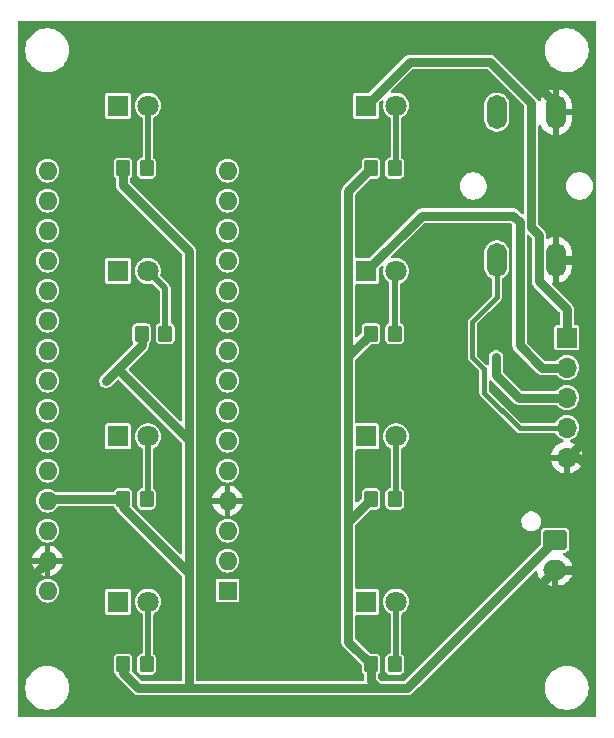
<source format=gbl>
G04 #@! TF.GenerationSoftware,KiCad,Pcbnew,8.0.5*
G04 #@! TF.CreationDate,2025-02-12T16:10:39+08:00*
G04 #@! TF.ProjectId,arduino_solar_bikelight_1,61726475-696e-46f5-9f73-6f6c61725f62,rev?*
G04 #@! TF.SameCoordinates,Original*
G04 #@! TF.FileFunction,Copper,L2,Bot*
G04 #@! TF.FilePolarity,Positive*
%FSLAX46Y46*%
G04 Gerber Fmt 4.6, Leading zero omitted, Abs format (unit mm)*
G04 Created by KiCad (PCBNEW 8.0.5) date 2025-02-12 16:10:39*
%MOMM*%
%LPD*%
G01*
G04 APERTURE LIST*
G04 Aperture macros list*
%AMRoundRect*
0 Rectangle with rounded corners*
0 $1 Rounding radius*
0 $2 $3 $4 $5 $6 $7 $8 $9 X,Y pos of 4 corners*
0 Add a 4 corners polygon primitive as box body*
4,1,4,$2,$3,$4,$5,$6,$7,$8,$9,$2,$3,0*
0 Add four circle primitives for the rounded corners*
1,1,$1+$1,$2,$3*
1,1,$1+$1,$4,$5*
1,1,$1+$1,$6,$7*
1,1,$1+$1,$8,$9*
0 Add four rect primitives between the rounded corners*
20,1,$1+$1,$2,$3,$4,$5,0*
20,1,$1+$1,$4,$5,$6,$7,0*
20,1,$1+$1,$6,$7,$8,$9,0*
20,1,$1+$1,$8,$9,$2,$3,0*%
G04 Aperture macros list end*
G04 #@! TA.AperFunction,ComponentPad*
%ADD10R,1.600000X1.600000*%
G04 #@! TD*
G04 #@! TA.AperFunction,ComponentPad*
%ADD11O,1.600000X1.600000*%
G04 #@! TD*
G04 #@! TA.AperFunction,ComponentPad*
%ADD12RoundRect,0.250000X-0.750000X0.600000X-0.750000X-0.600000X0.750000X-0.600000X0.750000X0.600000X0*%
G04 #@! TD*
G04 #@! TA.AperFunction,ComponentPad*
%ADD13O,2.000000X1.700000*%
G04 #@! TD*
G04 #@! TA.AperFunction,ComponentPad*
%ADD14O,1.700000X2.900000*%
G04 #@! TD*
G04 #@! TA.AperFunction,ComponentPad*
%ADD15R,1.700000X1.700000*%
G04 #@! TD*
G04 #@! TA.AperFunction,ComponentPad*
%ADD16O,1.700000X1.700000*%
G04 #@! TD*
G04 #@! TA.AperFunction,ComponentPad*
%ADD17R,1.800000X1.800000*%
G04 #@! TD*
G04 #@! TA.AperFunction,ComponentPad*
%ADD18C,1.800000*%
G04 #@! TD*
G04 #@! TA.AperFunction,SMDPad,CuDef*
%ADD19RoundRect,0.250000X-0.350000X-0.450000X0.350000X-0.450000X0.350000X0.450000X-0.350000X0.450000X0*%
G04 #@! TD*
G04 #@! TA.AperFunction,ViaPad*
%ADD20C,0.600000*%
G04 #@! TD*
G04 #@! TA.AperFunction,Conductor*
%ADD21C,0.800000*%
G04 #@! TD*
G04 #@! TA.AperFunction,Conductor*
%ADD22C,0.400000*%
G04 #@! TD*
G04 #@! TA.AperFunction,Conductor*
%ADD23C,0.500000*%
G04 #@! TD*
G04 APERTURE END LIST*
D10*
X159720000Y-107155000D03*
D11*
X159720000Y-104615000D03*
X159720000Y-102075000D03*
X159720000Y-99535000D03*
X159720000Y-96995000D03*
X159720000Y-94455000D03*
X159720000Y-91915000D03*
X159720000Y-89375000D03*
X159720000Y-86835000D03*
X159720000Y-84295000D03*
X159720000Y-81755000D03*
X159720000Y-79215000D03*
X159720000Y-76675000D03*
X159720000Y-74135000D03*
X159720000Y-71595000D03*
X144480000Y-71595000D03*
X144480000Y-74135000D03*
X144480000Y-76675000D03*
X144480000Y-79215000D03*
X144480000Y-81755000D03*
X144480000Y-84295000D03*
X144480000Y-86835000D03*
X144480000Y-89375000D03*
X144480000Y-91915000D03*
X144480000Y-94455000D03*
X144480000Y-96995000D03*
X144480000Y-99535000D03*
X144480000Y-102075000D03*
X144480000Y-104615000D03*
X144480000Y-107155000D03*
D12*
X187445000Y-102895000D03*
D13*
X187445000Y-105395000D03*
D14*
X182520000Y-79145000D03*
X182520000Y-66645000D03*
X187520000Y-79145000D03*
X187520000Y-66645000D03*
D15*
X188445000Y-85735000D03*
D16*
X188445000Y-88275000D03*
X188445000Y-90815000D03*
X188445000Y-93355000D03*
X188445000Y-95895000D03*
D17*
X150445000Y-94095000D03*
D18*
X152985000Y-94095000D03*
D17*
X171445000Y-94095000D03*
D18*
X173985000Y-94095000D03*
D19*
X152445000Y-85395000D03*
X154445000Y-85395000D03*
D17*
X171445000Y-108095000D03*
D18*
X173985000Y-108095000D03*
D17*
X150445000Y-80095000D03*
D18*
X152985000Y-80095000D03*
D17*
X150445000Y-108095000D03*
D18*
X152985000Y-108095000D03*
D19*
X171870000Y-71395000D03*
X173870000Y-71395000D03*
D17*
X171445000Y-66095000D03*
D18*
X173985000Y-66095000D03*
D19*
X171870000Y-113395000D03*
X173870000Y-113395000D03*
X150870000Y-71395000D03*
X152870000Y-71395000D03*
D17*
X171445000Y-80095000D03*
D18*
X173985000Y-80095000D03*
D19*
X150870000Y-113395000D03*
X152870000Y-113395000D03*
X150870000Y-99395000D03*
X152870000Y-99395000D03*
X171870000Y-99395000D03*
X173870000Y-99395000D03*
D17*
X150445000Y-66095000D03*
D18*
X152985000Y-66095000D03*
D19*
X171870000Y-85395000D03*
X173870000Y-85395000D03*
D20*
X149445000Y-89395000D03*
X162445000Y-83395000D03*
X147445000Y-112395000D03*
X162445000Y-99395000D03*
X162445000Y-91395000D03*
X182445000Y-87395000D03*
D21*
X156445000Y-94395000D02*
X150445000Y-88395000D01*
X156445000Y-105670000D02*
X150870000Y-100095000D01*
X156445000Y-105670000D02*
X156445000Y-94395000D01*
X150870000Y-114095000D02*
X150870000Y-113395000D01*
X171870000Y-113395000D02*
X169945000Y-111470000D01*
X144620000Y-99395000D02*
X144480000Y-99535000D01*
X156445000Y-115395000D02*
X156445000Y-105670000D01*
X169945000Y-87320000D02*
X171870000Y-85395000D01*
X156445000Y-78395000D02*
X156445000Y-94395000D01*
X172445000Y-115395000D02*
X156445000Y-115395000D01*
X150870000Y-99395000D02*
X144620000Y-99395000D01*
X150870000Y-72820000D02*
X156445000Y-78395000D01*
X150445000Y-88395000D02*
X149445000Y-89395000D01*
X187445000Y-102895000D02*
X174945000Y-115395000D01*
X152445000Y-85395000D02*
X152445000Y-86395000D01*
X150870000Y-100095000D02*
X150870000Y-99395000D01*
X169945000Y-87320000D02*
X169945000Y-73320000D01*
X171870000Y-113395000D02*
X171870000Y-114820000D01*
X169945000Y-111470000D02*
X169945000Y-101320000D01*
X174945000Y-115395000D02*
X172445000Y-115395000D01*
X169945000Y-101320000D02*
X171870000Y-99395000D01*
X169945000Y-73320000D02*
X171870000Y-71395000D01*
X150870000Y-71395000D02*
X150870000Y-72820000D01*
X169945000Y-101320000D02*
X169945000Y-87320000D01*
X152445000Y-86395000D02*
X150445000Y-88395000D01*
X156445000Y-115395000D02*
X152170000Y-115395000D01*
X152170000Y-115395000D02*
X150870000Y-114095000D01*
X171870000Y-114820000D02*
X172445000Y-115395000D01*
X162445000Y-83395000D02*
X162445000Y-91395000D01*
X147445000Y-112395000D02*
X142445000Y-107395000D01*
X181945000Y-60395000D02*
X165445000Y-60395000D01*
X147445000Y-112395000D02*
X152445000Y-117395000D01*
X165445000Y-60395000D02*
X162445000Y-63395000D01*
X189895000Y-79720000D02*
X189320000Y-79145000D01*
X142445000Y-107395000D02*
X142445000Y-106650000D01*
X188445000Y-95895000D02*
X189895000Y-94445000D01*
X152445000Y-117395000D02*
X175445000Y-117395000D01*
X187520000Y-66645000D02*
X187520000Y-65970000D01*
X162445000Y-63395000D02*
X162445000Y-83395000D01*
X142445000Y-106650000D02*
X144480000Y-104615000D01*
X189895000Y-94445000D02*
X189895000Y-79720000D01*
X187445000Y-105395000D02*
X188945000Y-105395000D01*
X175445000Y-117395000D02*
X187445000Y-105395000D01*
X187520000Y-65970000D02*
X181945000Y-60395000D01*
X162445000Y-91395000D02*
X162445000Y-99395000D01*
X189445000Y-95895000D02*
X188445000Y-95895000D01*
X189320000Y-79145000D02*
X187520000Y-79145000D01*
X190445000Y-103895000D02*
X190445000Y-96895000D01*
X190445000Y-96895000D02*
X189445000Y-95895000D01*
X188945000Y-105395000D02*
X190445000Y-103895000D01*
D22*
X180445000Y-84395000D02*
X180445000Y-87395000D01*
X181445000Y-90395000D02*
X184445000Y-93395000D01*
X188405000Y-93395000D02*
X188445000Y-93355000D01*
X182520000Y-82320000D02*
X180445000Y-84395000D01*
X181445000Y-88395000D02*
X181445000Y-90395000D01*
X180445000Y-87395000D02*
X181445000Y-88395000D01*
X182520000Y-79145000D02*
X182520000Y-82320000D01*
X184445000Y-93395000D02*
X188405000Y-93395000D01*
D23*
X173985000Y-71280000D02*
X173870000Y-71395000D01*
X173985000Y-66095000D02*
X173985000Y-71280000D01*
X173985000Y-108095000D02*
X173985000Y-113280000D01*
X173985000Y-113280000D02*
X173870000Y-113395000D01*
X173870000Y-85395000D02*
X173870000Y-80210000D01*
X173870000Y-80210000D02*
X173985000Y-80095000D01*
X173985000Y-94095000D02*
X173985000Y-99280000D01*
X173985000Y-99280000D02*
X173870000Y-99395000D01*
X152985000Y-66095000D02*
X152985000Y-71280000D01*
X152985000Y-71280000D02*
X152870000Y-71395000D01*
X152985000Y-94095000D02*
X152985000Y-99280000D01*
X152985000Y-99280000D02*
X152870000Y-99395000D01*
X152985000Y-108095000D02*
X152985000Y-113280000D01*
X152985000Y-113280000D02*
X152870000Y-113395000D01*
D21*
X185445000Y-65895000D02*
X181945000Y-62395000D01*
X175145000Y-62395000D02*
X171445000Y-66095000D01*
X188445000Y-85735000D02*
X188445000Y-83315000D01*
X186070000Y-80940000D02*
X186070000Y-77020000D01*
X185445000Y-76395000D02*
X185445000Y-65895000D01*
X188445000Y-83315000D02*
X186070000Y-80940000D01*
X181945000Y-62395000D02*
X175145000Y-62395000D01*
X186070000Y-77020000D02*
X185445000Y-76395000D01*
X188445000Y-88275000D02*
X186325000Y-88275000D01*
X186325000Y-88275000D02*
X184445000Y-86395000D01*
X184445000Y-75927969D02*
X183912031Y-75395000D01*
X176145000Y-75395000D02*
X171445000Y-80095000D01*
X183912031Y-75395000D02*
X176145000Y-75395000D01*
X184445000Y-86395000D02*
X184445000Y-75927969D01*
X182445000Y-88895000D02*
X182445000Y-87395000D01*
X188445000Y-90815000D02*
X184365000Y-90815000D01*
X184365000Y-90815000D02*
X182445000Y-88895000D01*
D23*
X154445000Y-81555000D02*
X154445000Y-85395000D01*
X152985000Y-80095000D02*
X154445000Y-81555000D01*
G04 #@! TA.AperFunction,Conductor*
G36*
X190887539Y-58915185D02*
G01*
X190933294Y-58967989D01*
X190944500Y-59019500D01*
X190944500Y-117770500D01*
X190924815Y-117837539D01*
X190872011Y-117883294D01*
X190820500Y-117894500D01*
X142069500Y-117894500D01*
X142002461Y-117874815D01*
X141956706Y-117822011D01*
X141945500Y-117770500D01*
X141945500Y-115273711D01*
X142594500Y-115273711D01*
X142594500Y-115516288D01*
X142626161Y-115756785D01*
X142688947Y-115991104D01*
X142781773Y-116215205D01*
X142781776Y-116215212D01*
X142903064Y-116425289D01*
X142903066Y-116425292D01*
X142903067Y-116425293D01*
X143050733Y-116617736D01*
X143050739Y-116617743D01*
X143222256Y-116789260D01*
X143222262Y-116789265D01*
X143414711Y-116936936D01*
X143624788Y-117058224D01*
X143848900Y-117151054D01*
X144083211Y-117213838D01*
X144263586Y-117237584D01*
X144323711Y-117245500D01*
X144323712Y-117245500D01*
X144566289Y-117245500D01*
X144614388Y-117239167D01*
X144806789Y-117213838D01*
X145041100Y-117151054D01*
X145265212Y-117058224D01*
X145475289Y-116936936D01*
X145667738Y-116789265D01*
X145839265Y-116617738D01*
X145986936Y-116425289D01*
X146108224Y-116215212D01*
X146201054Y-115991100D01*
X146263838Y-115756789D01*
X146295500Y-115516288D01*
X146295500Y-115273712D01*
X146263838Y-115033211D01*
X146201054Y-114798900D01*
X146199231Y-114794500D01*
X146177046Y-114740939D01*
X146108224Y-114574788D01*
X145986936Y-114364711D01*
X145839265Y-114172262D01*
X145839260Y-114172256D01*
X145667743Y-114000739D01*
X145667736Y-114000733D01*
X145475293Y-113853067D01*
X145475292Y-113853066D01*
X145475289Y-113853064D01*
X145265212Y-113731776D01*
X145265205Y-113731773D01*
X145041104Y-113638947D01*
X144806785Y-113576161D01*
X144566289Y-113544500D01*
X144566288Y-113544500D01*
X144323712Y-113544500D01*
X144323711Y-113544500D01*
X144083214Y-113576161D01*
X143848895Y-113638947D01*
X143624794Y-113731773D01*
X143624785Y-113731777D01*
X143414706Y-113853067D01*
X143222263Y-114000733D01*
X143222256Y-114000739D01*
X143050739Y-114172256D01*
X143050733Y-114172263D01*
X142903067Y-114364706D01*
X142903064Y-114364710D01*
X142903064Y-114364711D01*
X142886817Y-114392851D01*
X142781777Y-114574785D01*
X142781773Y-114574794D01*
X142688947Y-114798895D01*
X142626161Y-115033214D01*
X142594500Y-115273711D01*
X141945500Y-115273711D01*
X141945500Y-107155000D01*
X143474659Y-107155000D01*
X143493975Y-107351129D01*
X143493976Y-107351132D01*
X143543132Y-107513178D01*
X143551188Y-107539733D01*
X143644086Y-107713532D01*
X143644090Y-107713539D01*
X143769116Y-107865883D01*
X143921460Y-107990909D01*
X143921467Y-107990913D01*
X144095266Y-108083811D01*
X144095269Y-108083811D01*
X144095273Y-108083814D01*
X144283868Y-108141024D01*
X144480000Y-108160341D01*
X144676132Y-108141024D01*
X144864727Y-108083814D01*
X145038538Y-107990910D01*
X145190883Y-107865883D01*
X145315910Y-107713538D01*
X145408814Y-107539727D01*
X145466024Y-107351132D01*
X145483347Y-107175247D01*
X149344500Y-107175247D01*
X149344500Y-109014752D01*
X149356131Y-109073229D01*
X149356132Y-109073230D01*
X149400447Y-109139552D01*
X149466769Y-109183867D01*
X149466770Y-109183868D01*
X149525247Y-109195499D01*
X149525250Y-109195500D01*
X149525252Y-109195500D01*
X151364750Y-109195500D01*
X151364751Y-109195499D01*
X151379568Y-109192552D01*
X151423229Y-109183868D01*
X151423229Y-109183867D01*
X151423231Y-109183867D01*
X151489552Y-109139552D01*
X151533867Y-109073231D01*
X151533867Y-109073229D01*
X151533868Y-109073229D01*
X151545499Y-109014752D01*
X151545500Y-109014750D01*
X151545500Y-108094999D01*
X151879785Y-108094999D01*
X151879785Y-108095000D01*
X151898602Y-108298082D01*
X151954417Y-108494247D01*
X151954422Y-108494260D01*
X152045327Y-108676821D01*
X152168237Y-108839581D01*
X152318958Y-108976980D01*
X152318960Y-108976982D01*
X152379955Y-109014748D01*
X152475777Y-109074078D01*
X152522413Y-109126105D01*
X152534500Y-109179505D01*
X152534500Y-112375847D01*
X152514815Y-112442886D01*
X152462011Y-112488641D01*
X152436963Y-112496990D01*
X152435301Y-112497352D01*
X152307119Y-112542206D01*
X152307117Y-112542207D01*
X152197850Y-112622850D01*
X152117207Y-112732117D01*
X152117206Y-112732119D01*
X152072353Y-112860298D01*
X152072353Y-112860300D01*
X152069500Y-112890730D01*
X152069500Y-113899269D01*
X152072353Y-113929699D01*
X152072353Y-113929701D01*
X152099649Y-114007705D01*
X152117207Y-114057882D01*
X152197850Y-114167150D01*
X152307118Y-114247793D01*
X152345559Y-114261244D01*
X152435299Y-114292646D01*
X152465730Y-114295500D01*
X152465734Y-114295500D01*
X153274270Y-114295500D01*
X153304699Y-114292646D01*
X153304701Y-114292646D01*
X153368790Y-114270219D01*
X153432882Y-114247793D01*
X153542150Y-114167150D01*
X153622793Y-114057882D01*
X153663907Y-113940385D01*
X153667646Y-113929701D01*
X153667646Y-113929699D01*
X153670500Y-113899269D01*
X153670500Y-112890730D01*
X153667646Y-112860300D01*
X153667646Y-112860298D01*
X153622793Y-112732119D01*
X153622792Y-112732117D01*
X153542149Y-112622849D01*
X153485865Y-112581309D01*
X153443615Y-112525661D01*
X153435500Y-112481540D01*
X153435500Y-109179505D01*
X153455185Y-109112466D01*
X153494221Y-109074079D01*
X153651041Y-108976981D01*
X153801764Y-108839579D01*
X153924673Y-108676821D01*
X154015582Y-108494250D01*
X154071397Y-108298083D01*
X154090215Y-108095000D01*
X154089178Y-108083814D01*
X154071397Y-107891917D01*
X154020641Y-107713532D01*
X154015582Y-107695750D01*
X153924673Y-107513179D01*
X153801764Y-107350421D01*
X153801762Y-107350418D01*
X153651041Y-107213019D01*
X153651039Y-107213017D01*
X153477642Y-107105655D01*
X153477635Y-107105651D01*
X153335135Y-107050447D01*
X153287456Y-107031976D01*
X153086976Y-106994500D01*
X152883024Y-106994500D01*
X152682544Y-107031976D01*
X152682541Y-107031976D01*
X152682541Y-107031977D01*
X152492364Y-107105651D01*
X152492357Y-107105655D01*
X152318960Y-107213017D01*
X152318958Y-107213019D01*
X152168237Y-107350418D01*
X152045327Y-107513178D01*
X151954422Y-107695739D01*
X151954417Y-107695752D01*
X151898602Y-107891917D01*
X151879785Y-108094999D01*
X151545500Y-108094999D01*
X151545500Y-107175249D01*
X151545499Y-107175247D01*
X151533868Y-107116770D01*
X151533867Y-107116769D01*
X151489552Y-107050447D01*
X151423230Y-107006132D01*
X151423229Y-107006131D01*
X151364752Y-106994500D01*
X151364748Y-106994500D01*
X149525252Y-106994500D01*
X149525247Y-106994500D01*
X149466770Y-107006131D01*
X149466769Y-107006132D01*
X149400447Y-107050447D01*
X149356132Y-107116769D01*
X149356131Y-107116770D01*
X149344500Y-107175247D01*
X145483347Y-107175247D01*
X145485341Y-107155000D01*
X145466024Y-106958868D01*
X145408814Y-106770273D01*
X145408811Y-106770269D01*
X145408811Y-106770266D01*
X145315913Y-106596467D01*
X145315909Y-106596460D01*
X145190883Y-106444116D01*
X145038539Y-106319090D01*
X145038532Y-106319086D01*
X144864733Y-106226188D01*
X144864727Y-106226186D01*
X144676132Y-106168976D01*
X144676129Y-106168975D01*
X144480000Y-106149659D01*
X144283870Y-106168975D01*
X144095266Y-106226188D01*
X143921467Y-106319086D01*
X143921460Y-106319090D01*
X143769116Y-106444116D01*
X143644090Y-106596460D01*
X143644086Y-106596467D01*
X143551188Y-106770266D01*
X143493975Y-106958870D01*
X143474659Y-107155000D01*
X141945500Y-107155000D01*
X141945500Y-104364999D01*
X143201127Y-104364999D01*
X143201128Y-104365000D01*
X144046988Y-104365000D01*
X144014075Y-104422007D01*
X143980000Y-104549174D01*
X143980000Y-104680826D01*
X144014075Y-104807993D01*
X144046988Y-104865000D01*
X143201128Y-104865000D01*
X143253730Y-105061317D01*
X143253734Y-105061326D01*
X143349865Y-105267482D01*
X143480342Y-105453820D01*
X143641179Y-105614657D01*
X143827517Y-105745134D01*
X144033673Y-105841265D01*
X144033682Y-105841269D01*
X144229999Y-105893872D01*
X144230000Y-105893871D01*
X144230000Y-105048012D01*
X144287007Y-105080925D01*
X144414174Y-105115000D01*
X144545826Y-105115000D01*
X144672993Y-105080925D01*
X144730000Y-105048012D01*
X144730000Y-105893872D01*
X144926317Y-105841269D01*
X144926326Y-105841265D01*
X145132482Y-105745134D01*
X145318820Y-105614657D01*
X145479657Y-105453820D01*
X145610134Y-105267482D01*
X145706265Y-105061326D01*
X145706269Y-105061317D01*
X145758872Y-104865000D01*
X144913012Y-104865000D01*
X144945925Y-104807993D01*
X144980000Y-104680826D01*
X144980000Y-104549174D01*
X144945925Y-104422007D01*
X144913012Y-104365000D01*
X145758872Y-104365000D01*
X145758872Y-104364999D01*
X145706269Y-104168682D01*
X145706265Y-104168673D01*
X145610134Y-103962517D01*
X145479657Y-103776179D01*
X145318820Y-103615342D01*
X145132482Y-103484865D01*
X144926328Y-103388734D01*
X144730000Y-103336127D01*
X144730000Y-104181988D01*
X144672993Y-104149075D01*
X144545826Y-104115000D01*
X144414174Y-104115000D01*
X144287007Y-104149075D01*
X144230000Y-104181988D01*
X144230000Y-103336127D01*
X144033671Y-103388734D01*
X143827517Y-103484865D01*
X143641179Y-103615342D01*
X143480342Y-103776179D01*
X143349865Y-103962517D01*
X143253734Y-104168673D01*
X143253730Y-104168682D01*
X143201127Y-104364999D01*
X141945500Y-104364999D01*
X141945500Y-102075000D01*
X143474659Y-102075000D01*
X143493975Y-102271129D01*
X143551188Y-102459733D01*
X143644086Y-102633532D01*
X143644090Y-102633539D01*
X143769116Y-102785883D01*
X143921460Y-102910909D01*
X143921467Y-102910913D01*
X144095266Y-103003811D01*
X144095269Y-103003811D01*
X144095273Y-103003814D01*
X144283868Y-103061024D01*
X144480000Y-103080341D01*
X144676132Y-103061024D01*
X144864727Y-103003814D01*
X145038538Y-102910910D01*
X145190883Y-102785883D01*
X145315910Y-102633538D01*
X145408814Y-102459727D01*
X145466024Y-102271132D01*
X145485341Y-102075000D01*
X145466024Y-101878868D01*
X145408814Y-101690273D01*
X145408811Y-101690269D01*
X145408811Y-101690266D01*
X145315913Y-101516467D01*
X145315909Y-101516460D01*
X145190883Y-101364116D01*
X145038539Y-101239090D01*
X145038532Y-101239086D01*
X144864733Y-101146188D01*
X144864727Y-101146186D01*
X144676132Y-101088976D01*
X144676129Y-101088975D01*
X144480000Y-101069659D01*
X144283870Y-101088975D01*
X144095266Y-101146188D01*
X143921467Y-101239086D01*
X143921460Y-101239090D01*
X143769116Y-101364116D01*
X143644090Y-101516460D01*
X143644086Y-101516467D01*
X143551188Y-101690266D01*
X143493975Y-101878870D01*
X143474659Y-102075000D01*
X141945500Y-102075000D01*
X141945500Y-99535000D01*
X143474659Y-99535000D01*
X143493975Y-99731129D01*
X143551188Y-99919733D01*
X143644086Y-100093532D01*
X143644090Y-100093539D01*
X143769116Y-100245883D01*
X143921460Y-100370909D01*
X143921467Y-100370913D01*
X144095266Y-100463811D01*
X144095269Y-100463811D01*
X144095273Y-100463814D01*
X144283868Y-100521024D01*
X144480000Y-100540341D01*
X144676132Y-100521024D01*
X144864727Y-100463814D01*
X144864909Y-100463717D01*
X144951632Y-100417362D01*
X145038538Y-100370910D01*
X145190883Y-100245883D01*
X145315910Y-100093538D01*
X145333277Y-100061047D01*
X145382239Y-100011203D01*
X145442635Y-99995500D01*
X150009520Y-99995500D01*
X150076559Y-100015185D01*
X150110031Y-100051628D01*
X150111689Y-100050405D01*
X150117206Y-100057880D01*
X150117207Y-100057882D01*
X150197850Y-100167150D01*
X150249943Y-100205596D01*
X150292193Y-100261244D01*
X150296079Y-100273258D01*
X150310423Y-100326785D01*
X150335898Y-100370909D01*
X150335900Y-100370911D01*
X150389479Y-100463714D01*
X150389481Y-100463717D01*
X150508349Y-100582585D01*
X150508355Y-100582590D01*
X155808181Y-105882416D01*
X155841666Y-105943739D01*
X155844500Y-105970097D01*
X155844500Y-114670500D01*
X155824815Y-114737539D01*
X155772011Y-114783294D01*
X155720500Y-114794500D01*
X152470098Y-114794500D01*
X152403059Y-114774815D01*
X152382417Y-114758181D01*
X151693263Y-114069028D01*
X151659778Y-114007705D01*
X151663904Y-113940391D01*
X151667646Y-113929699D01*
X151670500Y-113899266D01*
X151670500Y-112890734D01*
X151667646Y-112860301D01*
X151667646Y-112860300D01*
X151667646Y-112860298D01*
X151622793Y-112732119D01*
X151622792Y-112732117D01*
X151542150Y-112622850D01*
X151432882Y-112542207D01*
X151432880Y-112542206D01*
X151304700Y-112497353D01*
X151274270Y-112494500D01*
X151274266Y-112494500D01*
X150465734Y-112494500D01*
X150465730Y-112494500D01*
X150435300Y-112497353D01*
X150435298Y-112497353D01*
X150307119Y-112542206D01*
X150307117Y-112542207D01*
X150197850Y-112622850D01*
X150117207Y-112732117D01*
X150117206Y-112732119D01*
X150072353Y-112860298D01*
X150072353Y-112860300D01*
X150069500Y-112890730D01*
X150069500Y-113899269D01*
X150072353Y-113929699D01*
X150072353Y-113929701D01*
X150099649Y-114007705D01*
X150117207Y-114057882D01*
X150197850Y-114167150D01*
X150249943Y-114205596D01*
X150292193Y-114261244D01*
X150296079Y-114273258D01*
X150310423Y-114326785D01*
X150332317Y-114364706D01*
X150332319Y-114364709D01*
X150332321Y-114364712D01*
X150389479Y-114463714D01*
X150389481Y-114463717D01*
X150508349Y-114582585D01*
X150508354Y-114582589D01*
X151801284Y-115875520D01*
X151801286Y-115875521D01*
X151801290Y-115875524D01*
X151938209Y-115954573D01*
X151938216Y-115954577D01*
X152090943Y-115995501D01*
X152090945Y-115995501D01*
X152256654Y-115995501D01*
X152256670Y-115995500D01*
X156365943Y-115995500D01*
X172358331Y-115995500D01*
X172358347Y-115995501D01*
X172365943Y-115995501D01*
X172531654Y-115995501D01*
X172531670Y-115995500D01*
X174858331Y-115995500D01*
X174858347Y-115995501D01*
X174865943Y-115995501D01*
X175024054Y-115995501D01*
X175024057Y-115995501D01*
X175176785Y-115954577D01*
X175226904Y-115925639D01*
X175313716Y-115875520D01*
X175425520Y-115763716D01*
X175425520Y-115763714D01*
X175435728Y-115753507D01*
X175435729Y-115753504D01*
X175915522Y-115273711D01*
X186594500Y-115273711D01*
X186594500Y-115516288D01*
X186626161Y-115756785D01*
X186688947Y-115991104D01*
X186781773Y-116215205D01*
X186781776Y-116215212D01*
X186903064Y-116425289D01*
X186903066Y-116425292D01*
X186903067Y-116425293D01*
X187050733Y-116617736D01*
X187050739Y-116617743D01*
X187222256Y-116789260D01*
X187222262Y-116789265D01*
X187414711Y-116936936D01*
X187624788Y-117058224D01*
X187848900Y-117151054D01*
X188083211Y-117213838D01*
X188263586Y-117237584D01*
X188323711Y-117245500D01*
X188323712Y-117245500D01*
X188566289Y-117245500D01*
X188614388Y-117239167D01*
X188806789Y-117213838D01*
X189041100Y-117151054D01*
X189265212Y-117058224D01*
X189475289Y-116936936D01*
X189667738Y-116789265D01*
X189839265Y-116617738D01*
X189986936Y-116425289D01*
X190108224Y-116215212D01*
X190201054Y-115991100D01*
X190263838Y-115756789D01*
X190295500Y-115516288D01*
X190295500Y-115273712D01*
X190263838Y-115033211D01*
X190201054Y-114798900D01*
X190199231Y-114794500D01*
X190177046Y-114740939D01*
X190108224Y-114574788D01*
X189986936Y-114364711D01*
X189839265Y-114172262D01*
X189839260Y-114172256D01*
X189667743Y-114000739D01*
X189667736Y-114000733D01*
X189475293Y-113853067D01*
X189475292Y-113853066D01*
X189475289Y-113853064D01*
X189265212Y-113731776D01*
X189265205Y-113731773D01*
X189041104Y-113638947D01*
X188806785Y-113576161D01*
X188566289Y-113544500D01*
X188566288Y-113544500D01*
X188323712Y-113544500D01*
X188323711Y-113544500D01*
X188083214Y-113576161D01*
X187848895Y-113638947D01*
X187624794Y-113731773D01*
X187624785Y-113731777D01*
X187414706Y-113853067D01*
X187222263Y-114000733D01*
X187222256Y-114000739D01*
X187050739Y-114172256D01*
X187050733Y-114172263D01*
X186903067Y-114364706D01*
X186903064Y-114364710D01*
X186903064Y-114364711D01*
X186886817Y-114392851D01*
X186781777Y-114574785D01*
X186781773Y-114574794D01*
X186688947Y-114798895D01*
X186626161Y-115033214D01*
X186594500Y-115273711D01*
X175915522Y-115273711D01*
X185737781Y-105451454D01*
X185799098Y-105417973D01*
X185868790Y-105422957D01*
X185924723Y-105464829D01*
X185947929Y-105519741D01*
X185978242Y-105711127D01*
X185978242Y-105711130D01*
X186043904Y-105913217D01*
X186140379Y-106102557D01*
X186265272Y-106274459D01*
X186265276Y-106274464D01*
X186415535Y-106424723D01*
X186415540Y-106424727D01*
X186587442Y-106549620D01*
X186776782Y-106646095D01*
X186978870Y-106711757D01*
X187188754Y-106745000D01*
X187195000Y-106745000D01*
X187195000Y-105828012D01*
X187252007Y-105860925D01*
X187379174Y-105895000D01*
X187510826Y-105895000D01*
X187637993Y-105860925D01*
X187695000Y-105828012D01*
X187695000Y-106745000D01*
X187701246Y-106745000D01*
X187911127Y-106711757D01*
X187911130Y-106711757D01*
X188113217Y-106646095D01*
X188302557Y-106549620D01*
X188474459Y-106424727D01*
X188474464Y-106424723D01*
X188624723Y-106274464D01*
X188624727Y-106274459D01*
X188749620Y-106102557D01*
X188846095Y-105913217D01*
X188911757Y-105711129D01*
X188911757Y-105711126D01*
X188922231Y-105645000D01*
X187878012Y-105645000D01*
X187910925Y-105587993D01*
X187945000Y-105460826D01*
X187945000Y-105329174D01*
X187910925Y-105202007D01*
X187878012Y-105145000D01*
X188922231Y-105145000D01*
X188911757Y-105078873D01*
X188911757Y-105078870D01*
X188846095Y-104876782D01*
X188749620Y-104687442D01*
X188624727Y-104515540D01*
X188624723Y-104515535D01*
X188474464Y-104365276D01*
X188474459Y-104365272D01*
X188302557Y-104240379D01*
X188184029Y-104179985D01*
X188133233Y-104132010D01*
X188116438Y-104064189D01*
X188138976Y-103998054D01*
X188193691Y-103954603D01*
X188240324Y-103945500D01*
X188249270Y-103945500D01*
X188279699Y-103942646D01*
X188279701Y-103942646D01*
X188343790Y-103920219D01*
X188407882Y-103897793D01*
X188517150Y-103817150D01*
X188597793Y-103707882D01*
X188632163Y-103609659D01*
X188642646Y-103579701D01*
X188642646Y-103579699D01*
X188645500Y-103549269D01*
X188645500Y-102240730D01*
X188642646Y-102210300D01*
X188642646Y-102210298D01*
X188597793Y-102082119D01*
X188597792Y-102082117D01*
X188517150Y-101972850D01*
X188407882Y-101892207D01*
X188407880Y-101892206D01*
X188279700Y-101847353D01*
X188249270Y-101844500D01*
X188249266Y-101844500D01*
X186640734Y-101844500D01*
X186640730Y-101844500D01*
X186610300Y-101847353D01*
X186610298Y-101847353D01*
X186482119Y-101892206D01*
X186482117Y-101892207D01*
X186372850Y-101972850D01*
X186292207Y-102082117D01*
X186292206Y-102082119D01*
X186247353Y-102210298D01*
X186247353Y-102210300D01*
X186244500Y-102240730D01*
X186244500Y-103194902D01*
X186224815Y-103261941D01*
X186208181Y-103282583D01*
X174732584Y-114758181D01*
X174671261Y-114791666D01*
X174644903Y-114794500D01*
X172745098Y-114794500D01*
X172678059Y-114774815D01*
X172657417Y-114758181D01*
X172506819Y-114607583D01*
X172473334Y-114546260D01*
X172470500Y-114519902D01*
X172470500Y-114282628D01*
X172490185Y-114215589D01*
X172520866Y-114182857D01*
X172542150Y-114167150D01*
X172622793Y-114057882D01*
X172663907Y-113940385D01*
X172667646Y-113929701D01*
X172667646Y-113929699D01*
X172670500Y-113899269D01*
X172670500Y-112890730D01*
X172667646Y-112860300D01*
X172667646Y-112860298D01*
X172622793Y-112732119D01*
X172622792Y-112732117D01*
X172542150Y-112622850D01*
X172432882Y-112542207D01*
X172432880Y-112542206D01*
X172304700Y-112497353D01*
X172274270Y-112494500D01*
X172274266Y-112494500D01*
X171870097Y-112494500D01*
X171803058Y-112474815D01*
X171782416Y-112458181D01*
X170581819Y-111257584D01*
X170548334Y-111196261D01*
X170545500Y-111169903D01*
X170545500Y-109319500D01*
X170565185Y-109252461D01*
X170617989Y-109206706D01*
X170669500Y-109195500D01*
X172364750Y-109195500D01*
X172364751Y-109195499D01*
X172379568Y-109192552D01*
X172423229Y-109183868D01*
X172423229Y-109183867D01*
X172423231Y-109183867D01*
X172489552Y-109139552D01*
X172533867Y-109073231D01*
X172533867Y-109073229D01*
X172533868Y-109073229D01*
X172545499Y-109014752D01*
X172545500Y-109014750D01*
X172545500Y-108094999D01*
X172879785Y-108094999D01*
X172879785Y-108095000D01*
X172898602Y-108298082D01*
X172954417Y-108494247D01*
X172954422Y-108494260D01*
X173045327Y-108676821D01*
X173168237Y-108839581D01*
X173318958Y-108976980D01*
X173318960Y-108976982D01*
X173379955Y-109014748D01*
X173475777Y-109074078D01*
X173522413Y-109126105D01*
X173534500Y-109179505D01*
X173534500Y-112375847D01*
X173514815Y-112442886D01*
X173462011Y-112488641D01*
X173436963Y-112496990D01*
X173435301Y-112497352D01*
X173307119Y-112542206D01*
X173307117Y-112542207D01*
X173197850Y-112622850D01*
X173117207Y-112732117D01*
X173117206Y-112732119D01*
X173072353Y-112860298D01*
X173072353Y-112860300D01*
X173069500Y-112890730D01*
X173069500Y-113899269D01*
X173072353Y-113929699D01*
X173072353Y-113929701D01*
X173099649Y-114007705D01*
X173117207Y-114057882D01*
X173197850Y-114167150D01*
X173307118Y-114247793D01*
X173345559Y-114261244D01*
X173435299Y-114292646D01*
X173465730Y-114295500D01*
X173465734Y-114295500D01*
X174274270Y-114295500D01*
X174304699Y-114292646D01*
X174304701Y-114292646D01*
X174368790Y-114270219D01*
X174432882Y-114247793D01*
X174542150Y-114167150D01*
X174622793Y-114057882D01*
X174663907Y-113940385D01*
X174667646Y-113929701D01*
X174667646Y-113929699D01*
X174670500Y-113899269D01*
X174670500Y-112890730D01*
X174667646Y-112860300D01*
X174667646Y-112860298D01*
X174622793Y-112732119D01*
X174622792Y-112732117D01*
X174542149Y-112622849D01*
X174485865Y-112581309D01*
X174443615Y-112525661D01*
X174435500Y-112481540D01*
X174435500Y-109179505D01*
X174455185Y-109112466D01*
X174494221Y-109074079D01*
X174651041Y-108976981D01*
X174801764Y-108839579D01*
X174924673Y-108676821D01*
X175015582Y-108494250D01*
X175071397Y-108298083D01*
X175090215Y-108095000D01*
X175089178Y-108083814D01*
X175071397Y-107891917D01*
X175020641Y-107713532D01*
X175015582Y-107695750D01*
X174924673Y-107513179D01*
X174801764Y-107350421D01*
X174801762Y-107350418D01*
X174651041Y-107213019D01*
X174651039Y-107213017D01*
X174477642Y-107105655D01*
X174477635Y-107105651D01*
X174335135Y-107050447D01*
X174287456Y-107031976D01*
X174086976Y-106994500D01*
X173883024Y-106994500D01*
X173682544Y-107031976D01*
X173682541Y-107031976D01*
X173682541Y-107031977D01*
X173492364Y-107105651D01*
X173492357Y-107105655D01*
X173318960Y-107213017D01*
X173318958Y-107213019D01*
X173168237Y-107350418D01*
X173045327Y-107513178D01*
X172954422Y-107695739D01*
X172954417Y-107695752D01*
X172898602Y-107891917D01*
X172879785Y-108094999D01*
X172545500Y-108094999D01*
X172545500Y-107175249D01*
X172545499Y-107175247D01*
X172533868Y-107116770D01*
X172533867Y-107116769D01*
X172489552Y-107050447D01*
X172423230Y-107006132D01*
X172423229Y-107006131D01*
X172364752Y-106994500D01*
X172364748Y-106994500D01*
X170669500Y-106994500D01*
X170602461Y-106974815D01*
X170556706Y-106922011D01*
X170545500Y-106870500D01*
X170545500Y-101620097D01*
X170565185Y-101553058D01*
X170581819Y-101532416D01*
X170903007Y-101211228D01*
X184594500Y-101211228D01*
X184594500Y-101378771D01*
X184627182Y-101543074D01*
X184627184Y-101543082D01*
X184691295Y-101697860D01*
X184784373Y-101837162D01*
X184902837Y-101955626D01*
X184928615Y-101972850D01*
X185042137Y-102048703D01*
X185196918Y-102112816D01*
X185361228Y-102145499D01*
X185361232Y-102145500D01*
X185361233Y-102145500D01*
X185528768Y-102145500D01*
X185528769Y-102145499D01*
X185693082Y-102112816D01*
X185847863Y-102048703D01*
X185987162Y-101955626D01*
X186105626Y-101837162D01*
X186198703Y-101697863D01*
X186262816Y-101543082D01*
X186295500Y-101378767D01*
X186295500Y-101211233D01*
X186262816Y-101046918D01*
X186198703Y-100892137D01*
X186146407Y-100813871D01*
X186105626Y-100752837D01*
X185987162Y-100634373D01*
X185847860Y-100541295D01*
X185693082Y-100477184D01*
X185693074Y-100477182D01*
X185528771Y-100444500D01*
X185528767Y-100444500D01*
X185361233Y-100444500D01*
X185361228Y-100444500D01*
X185196925Y-100477182D01*
X185196917Y-100477184D01*
X185042139Y-100541295D01*
X184902837Y-100634373D01*
X184784373Y-100752837D01*
X184691295Y-100892139D01*
X184627184Y-101046917D01*
X184627182Y-101046925D01*
X184594500Y-101211228D01*
X170903007Y-101211228D01*
X171782416Y-100331819D01*
X171843739Y-100298334D01*
X171870097Y-100295500D01*
X172274270Y-100295500D01*
X172304699Y-100292646D01*
X172304701Y-100292646D01*
X172368790Y-100270219D01*
X172432882Y-100247793D01*
X172542150Y-100167150D01*
X172622793Y-100057882D01*
X172663907Y-99940385D01*
X172667646Y-99929701D01*
X172667646Y-99929699D01*
X172670500Y-99899269D01*
X172670500Y-98890730D01*
X172667646Y-98860300D01*
X172667646Y-98860298D01*
X172622793Y-98732119D01*
X172622792Y-98732117D01*
X172598414Y-98699086D01*
X172542150Y-98622850D01*
X172432882Y-98542207D01*
X172432880Y-98542206D01*
X172304700Y-98497353D01*
X172274270Y-98494500D01*
X172274266Y-98494500D01*
X171465734Y-98494500D01*
X171465730Y-98494500D01*
X171435300Y-98497353D01*
X171435298Y-98497353D01*
X171307119Y-98542206D01*
X171307117Y-98542207D01*
X171197850Y-98622850D01*
X171117207Y-98732117D01*
X171117206Y-98732119D01*
X171072353Y-98860298D01*
X171072353Y-98860300D01*
X171069500Y-98890730D01*
X171069500Y-99294903D01*
X171049815Y-99361942D01*
X171033181Y-99382584D01*
X170757181Y-99658584D01*
X170695858Y-99692069D01*
X170626166Y-99687085D01*
X170570233Y-99645213D01*
X170545816Y-99579749D01*
X170545500Y-99570903D01*
X170545500Y-95319500D01*
X170565185Y-95252461D01*
X170617989Y-95206706D01*
X170669500Y-95195500D01*
X172364750Y-95195500D01*
X172364751Y-95195499D01*
X172379568Y-95192552D01*
X172423229Y-95183868D01*
X172423229Y-95183867D01*
X172423231Y-95183867D01*
X172489552Y-95139552D01*
X172533867Y-95073231D01*
X172533867Y-95073229D01*
X172533868Y-95073229D01*
X172543674Y-95023926D01*
X172545500Y-95014748D01*
X172545500Y-94094999D01*
X172879785Y-94094999D01*
X172879785Y-94095000D01*
X172898602Y-94298082D01*
X172954417Y-94494247D01*
X172954422Y-94494260D01*
X173045327Y-94676821D01*
X173168237Y-94839581D01*
X173318958Y-94976980D01*
X173318960Y-94976982D01*
X173377991Y-95013532D01*
X173475777Y-95074078D01*
X173522413Y-95126105D01*
X173534500Y-95179505D01*
X173534500Y-98375847D01*
X173514815Y-98442886D01*
X173462011Y-98488641D01*
X173436963Y-98496990D01*
X173435301Y-98497352D01*
X173307119Y-98542206D01*
X173307117Y-98542207D01*
X173197850Y-98622850D01*
X173117207Y-98732117D01*
X173117206Y-98732119D01*
X173072353Y-98860298D01*
X173072353Y-98860300D01*
X173069500Y-98890730D01*
X173069500Y-99899269D01*
X173072353Y-99929699D01*
X173072353Y-99929701D01*
X173117206Y-100057880D01*
X173117207Y-100057882D01*
X173197850Y-100167150D01*
X173307118Y-100247793D01*
X173345559Y-100261244D01*
X173435299Y-100292646D01*
X173465730Y-100295500D01*
X173465734Y-100295500D01*
X174274270Y-100295500D01*
X174304699Y-100292646D01*
X174304701Y-100292646D01*
X174368790Y-100270219D01*
X174432882Y-100247793D01*
X174542150Y-100167150D01*
X174622793Y-100057882D01*
X174663907Y-99940385D01*
X174667646Y-99929701D01*
X174667646Y-99929699D01*
X174670500Y-99899269D01*
X174670500Y-98890730D01*
X174667646Y-98860300D01*
X174667646Y-98860298D01*
X174622793Y-98732119D01*
X174622792Y-98732117D01*
X174542149Y-98622849D01*
X174485865Y-98581309D01*
X174443615Y-98525661D01*
X174435500Y-98481540D01*
X174435500Y-95179505D01*
X174455185Y-95112466D01*
X174494221Y-95074079D01*
X174651041Y-94976981D01*
X174801764Y-94839579D01*
X174924673Y-94676821D01*
X175015582Y-94494250D01*
X175071397Y-94298083D01*
X175090215Y-94095000D01*
X175071397Y-93891917D01*
X175015582Y-93695750D01*
X174924673Y-93513179D01*
X174801764Y-93350421D01*
X174801762Y-93350418D01*
X174651041Y-93213019D01*
X174651039Y-93213017D01*
X174477642Y-93105655D01*
X174477635Y-93105651D01*
X174335135Y-93050447D01*
X174287456Y-93031976D01*
X174086976Y-92994500D01*
X173883024Y-92994500D01*
X173682544Y-93031976D01*
X173682541Y-93031976D01*
X173682541Y-93031977D01*
X173492364Y-93105651D01*
X173492357Y-93105655D01*
X173318960Y-93213017D01*
X173318958Y-93213019D01*
X173168237Y-93350418D01*
X173045327Y-93513178D01*
X172954422Y-93695739D01*
X172954417Y-93695752D01*
X172898602Y-93891917D01*
X172879785Y-94094999D01*
X172545500Y-94094999D01*
X172545500Y-93175252D01*
X172545500Y-93175249D01*
X172545499Y-93175247D01*
X172533868Y-93116770D01*
X172533867Y-93116769D01*
X172489552Y-93050447D01*
X172423230Y-93006132D01*
X172423229Y-93006131D01*
X172364752Y-92994500D01*
X172364748Y-92994500D01*
X170669500Y-92994500D01*
X170602461Y-92974815D01*
X170556706Y-92922011D01*
X170545500Y-92870500D01*
X170545500Y-87620097D01*
X170565185Y-87553058D01*
X170581819Y-87532416D01*
X171782416Y-86331819D01*
X171843739Y-86298334D01*
X171870097Y-86295500D01*
X172274270Y-86295500D01*
X172304699Y-86292646D01*
X172304701Y-86292646D01*
X172368790Y-86270219D01*
X172432882Y-86247793D01*
X172542150Y-86167150D01*
X172622793Y-86057882D01*
X172645219Y-85993790D01*
X172667646Y-85929701D01*
X172667646Y-85929699D01*
X172670500Y-85899269D01*
X172670500Y-84890730D01*
X172667646Y-84860300D01*
X172667646Y-84860298D01*
X172622793Y-84732119D01*
X172622792Y-84732117D01*
X172596234Y-84696132D01*
X172542150Y-84622850D01*
X172432882Y-84542207D01*
X172432880Y-84542206D01*
X172304700Y-84497353D01*
X172274270Y-84494500D01*
X172274266Y-84494500D01*
X171465734Y-84494500D01*
X171465730Y-84494500D01*
X171435300Y-84497353D01*
X171435298Y-84497353D01*
X171307119Y-84542206D01*
X171307117Y-84542207D01*
X171197850Y-84622850D01*
X171117207Y-84732117D01*
X171117206Y-84732119D01*
X171072353Y-84860298D01*
X171072353Y-84860300D01*
X171069500Y-84890730D01*
X171069500Y-85294903D01*
X171049815Y-85361942D01*
X171033181Y-85382584D01*
X170757181Y-85658584D01*
X170695858Y-85692069D01*
X170626166Y-85687085D01*
X170570233Y-85645213D01*
X170545816Y-85579749D01*
X170545500Y-85570903D01*
X170545500Y-81319500D01*
X170565185Y-81252461D01*
X170617989Y-81206706D01*
X170669500Y-81195500D01*
X172364750Y-81195500D01*
X172364751Y-81195499D01*
X172379568Y-81192552D01*
X172423229Y-81183868D01*
X172423229Y-81183867D01*
X172423231Y-81183867D01*
X172489552Y-81139552D01*
X172533867Y-81073231D01*
X172533867Y-81073229D01*
X172533868Y-81073229D01*
X172545499Y-81014752D01*
X172545500Y-81014750D01*
X172545500Y-79895097D01*
X172565185Y-79828058D01*
X172581813Y-79807421D01*
X172720579Y-79668655D01*
X172781898Y-79635173D01*
X172851590Y-79640157D01*
X172907524Y-79682028D01*
X172931941Y-79747492D01*
X172927523Y-79790273D01*
X172898603Y-79891914D01*
X172898602Y-79891917D01*
X172879785Y-80094999D01*
X172879785Y-80095000D01*
X172898602Y-80298082D01*
X172954417Y-80494247D01*
X172954422Y-80494260D01*
X173045327Y-80676821D01*
X173168237Y-80839581D01*
X173318957Y-80976980D01*
X173328166Y-80982681D01*
X173360777Y-81002873D01*
X173407412Y-81054899D01*
X173419500Y-81108300D01*
X173419500Y-84414900D01*
X173399815Y-84481939D01*
X173347011Y-84527694D01*
X173336456Y-84531941D01*
X173307118Y-84542207D01*
X173197850Y-84622850D01*
X173117207Y-84732117D01*
X173117206Y-84732119D01*
X173072353Y-84860298D01*
X173072353Y-84860300D01*
X173069500Y-84890730D01*
X173069500Y-85899269D01*
X173072353Y-85929699D01*
X173072353Y-85929701D01*
X173117206Y-86057880D01*
X173117207Y-86057882D01*
X173197850Y-86167150D01*
X173307118Y-86247793D01*
X173349845Y-86262744D01*
X173435299Y-86292646D01*
X173465730Y-86295500D01*
X173465734Y-86295500D01*
X174274270Y-86295500D01*
X174304699Y-86292646D01*
X174304701Y-86292646D01*
X174368790Y-86270219D01*
X174432882Y-86247793D01*
X174542150Y-86167150D01*
X174622793Y-86057882D01*
X174645219Y-85993790D01*
X174667646Y-85929701D01*
X174667646Y-85929699D01*
X174670500Y-85899269D01*
X174670500Y-84890730D01*
X174667646Y-84860300D01*
X174667646Y-84860298D01*
X174622793Y-84732119D01*
X174622792Y-84732117D01*
X174596234Y-84696132D01*
X174542150Y-84622850D01*
X174432882Y-84542207D01*
X174403543Y-84531940D01*
X174346769Y-84491219D01*
X174321022Y-84426266D01*
X174320500Y-84414900D01*
X174320500Y-84342273D01*
X180044500Y-84342273D01*
X180044500Y-87447726D01*
X180071793Y-87549589D01*
X180098156Y-87595250D01*
X180124520Y-87640913D01*
X180124521Y-87640914D01*
X180124522Y-87640915D01*
X181008181Y-88524573D01*
X181041666Y-88585896D01*
X181044500Y-88612254D01*
X181044500Y-90447726D01*
X181071793Y-90549589D01*
X181098156Y-90595250D01*
X181124520Y-90640913D01*
X181124521Y-90640914D01*
X181124522Y-90640915D01*
X184120179Y-93636571D01*
X184120189Y-93636582D01*
X184124519Y-93640912D01*
X184124520Y-93640913D01*
X184199087Y-93715480D01*
X184232050Y-93734511D01*
X184290413Y-93768207D01*
X184392273Y-93795501D01*
X184392275Y-93795501D01*
X184505323Y-93795501D01*
X184505339Y-93795500D01*
X187414980Y-93795500D01*
X187482019Y-93815185D01*
X187524336Y-93861044D01*
X187567315Y-93941450D01*
X187567317Y-93941452D01*
X187698589Y-94101410D01*
X187795209Y-94180702D01*
X187858550Y-94232685D01*
X188041046Y-94330232D01*
X188107551Y-94350405D01*
X188165989Y-94388702D01*
X188194446Y-94452514D01*
X188183887Y-94521581D01*
X188137663Y-94573975D01*
X188103650Y-94588841D01*
X187981514Y-94621567D01*
X187981507Y-94621570D01*
X187767422Y-94721399D01*
X187767420Y-94721400D01*
X187573926Y-94856886D01*
X187573920Y-94856891D01*
X187406891Y-95023920D01*
X187406886Y-95023926D01*
X187271400Y-95217420D01*
X187271399Y-95217422D01*
X187171570Y-95431507D01*
X187171567Y-95431513D01*
X187114364Y-95644999D01*
X187114364Y-95645000D01*
X188011988Y-95645000D01*
X187979075Y-95702007D01*
X187945000Y-95829174D01*
X187945000Y-95960826D01*
X187979075Y-96087993D01*
X188011988Y-96145000D01*
X187114364Y-96145000D01*
X187171567Y-96358486D01*
X187171570Y-96358492D01*
X187271399Y-96572578D01*
X187406894Y-96766082D01*
X187573917Y-96933105D01*
X187767421Y-97068600D01*
X187981507Y-97168429D01*
X187981516Y-97168433D01*
X188195000Y-97225634D01*
X188195000Y-96328012D01*
X188252007Y-96360925D01*
X188379174Y-96395000D01*
X188510826Y-96395000D01*
X188637993Y-96360925D01*
X188695000Y-96328012D01*
X188695000Y-97225633D01*
X188908483Y-97168433D01*
X188908492Y-97168429D01*
X189122578Y-97068600D01*
X189316082Y-96933105D01*
X189483105Y-96766082D01*
X189618600Y-96572578D01*
X189718429Y-96358492D01*
X189718432Y-96358486D01*
X189775636Y-96145000D01*
X188878012Y-96145000D01*
X188910925Y-96087993D01*
X188945000Y-95960826D01*
X188945000Y-95829174D01*
X188910925Y-95702007D01*
X188878012Y-95645000D01*
X189775636Y-95645000D01*
X189775635Y-95644999D01*
X189718432Y-95431513D01*
X189718429Y-95431507D01*
X189618600Y-95217422D01*
X189618599Y-95217420D01*
X189483113Y-95023926D01*
X189483108Y-95023920D01*
X189316082Y-94856894D01*
X189122578Y-94721399D01*
X188908492Y-94621570D01*
X188908486Y-94621567D01*
X188786349Y-94588841D01*
X188726689Y-94552476D01*
X188696160Y-94489629D01*
X188704455Y-94420253D01*
X188748940Y-94366375D01*
X188782444Y-94350407D01*
X188848954Y-94330232D01*
X189031450Y-94232685D01*
X189191410Y-94101410D01*
X189322685Y-93941450D01*
X189420232Y-93758954D01*
X189480300Y-93560934D01*
X189500583Y-93355000D01*
X189480300Y-93149066D01*
X189420232Y-92951046D01*
X189322685Y-92768550D01*
X189222032Y-92645903D01*
X189191410Y-92608589D01*
X189031452Y-92477317D01*
X189031453Y-92477317D01*
X189031450Y-92477315D01*
X188848954Y-92379768D01*
X188650934Y-92319700D01*
X188650932Y-92319699D01*
X188650934Y-92319699D01*
X188445000Y-92299417D01*
X188239067Y-92319699D01*
X188041043Y-92379769D01*
X187930898Y-92438643D01*
X187858550Y-92477315D01*
X187858548Y-92477316D01*
X187858547Y-92477317D01*
X187698589Y-92608589D01*
X187581789Y-92750913D01*
X187567315Y-92768550D01*
X187486181Y-92920341D01*
X187481577Y-92928954D01*
X187432614Y-92978798D01*
X187372219Y-92994500D01*
X184662254Y-92994500D01*
X184595215Y-92974815D01*
X184574573Y-92958181D01*
X181881819Y-90265426D01*
X181848334Y-90204103D01*
X181845500Y-90177745D01*
X181845500Y-89444098D01*
X181865185Y-89377059D01*
X181917989Y-89331304D01*
X181987147Y-89321360D01*
X182050703Y-89350385D01*
X182057181Y-89356417D01*
X182083349Y-89382585D01*
X182083355Y-89382590D01*
X183880139Y-91179374D01*
X183880149Y-91179385D01*
X183884479Y-91183715D01*
X183884480Y-91183716D01*
X183996284Y-91295520D01*
X183996286Y-91295521D01*
X183996290Y-91295524D01*
X184059550Y-91332047D01*
X184059554Y-91332048D01*
X184059555Y-91332049D01*
X184133215Y-91374577D01*
X184285943Y-91415501D01*
X184285946Y-91415501D01*
X184451653Y-91415501D01*
X184451669Y-91415500D01*
X187520197Y-91415500D01*
X187587236Y-91435185D01*
X187616050Y-91460835D01*
X187698589Y-91561409D01*
X187698590Y-91561410D01*
X187858550Y-91692685D01*
X188041046Y-91790232D01*
X188239066Y-91850300D01*
X188239065Y-91850300D01*
X188257529Y-91852118D01*
X188445000Y-91870583D01*
X188650934Y-91850300D01*
X188848954Y-91790232D01*
X189031450Y-91692685D01*
X189191410Y-91561410D01*
X189322685Y-91401450D01*
X189420232Y-91218954D01*
X189480300Y-91020934D01*
X189500583Y-90815000D01*
X189480300Y-90609066D01*
X189420232Y-90411046D01*
X189322685Y-90228550D01*
X189270702Y-90165209D01*
X189191410Y-90068589D01*
X189052484Y-89954577D01*
X189031450Y-89937315D01*
X188848954Y-89839768D01*
X188650934Y-89779700D01*
X188650932Y-89779699D01*
X188650934Y-89779699D01*
X188445000Y-89759417D01*
X188239067Y-89779699D01*
X188041043Y-89839769D01*
X187974163Y-89875518D01*
X187858550Y-89937315D01*
X187858548Y-89937316D01*
X187858547Y-89937317D01*
X187698589Y-90068590D01*
X187616050Y-90169165D01*
X187558305Y-90208499D01*
X187520197Y-90214500D01*
X184665097Y-90214500D01*
X184598058Y-90194815D01*
X184577416Y-90178181D01*
X183081819Y-88682584D01*
X183048334Y-88621261D01*
X183045500Y-88594903D01*
X183045500Y-87315945D01*
X183045500Y-87315943D01*
X183004577Y-87163216D01*
X182928319Y-87031132D01*
X182925524Y-87026290D01*
X182925518Y-87026282D01*
X182813717Y-86914481D01*
X182813709Y-86914475D01*
X182676790Y-86835426D01*
X182676786Y-86835424D01*
X182676784Y-86835423D01*
X182524057Y-86794500D01*
X182365943Y-86794500D01*
X182213216Y-86835423D01*
X182213209Y-86835426D01*
X182076290Y-86914475D01*
X182076282Y-86914481D01*
X181964481Y-87026282D01*
X181964475Y-87026290D01*
X181885426Y-87163209D01*
X181885423Y-87163216D01*
X181844500Y-87315943D01*
X181844500Y-87928745D01*
X181824815Y-87995784D01*
X181772011Y-88041539D01*
X181702853Y-88051483D01*
X181639297Y-88022458D01*
X181632819Y-88016426D01*
X180881819Y-87265426D01*
X180848334Y-87204103D01*
X180845500Y-87177745D01*
X180845500Y-84612255D01*
X180865185Y-84545216D01*
X180881819Y-84524574D01*
X181842658Y-83563735D01*
X182840480Y-82565913D01*
X182893207Y-82474588D01*
X182920500Y-82372727D01*
X182920500Y-82267273D01*
X182920500Y-80799014D01*
X182940185Y-80731975D01*
X182992989Y-80686220D01*
X182997048Y-80684453D01*
X183017598Y-80675941D01*
X183189655Y-80560977D01*
X183335977Y-80414655D01*
X183450941Y-80242598D01*
X183530130Y-80051420D01*
X183570500Y-79848465D01*
X183570500Y-78441535D01*
X183530130Y-78238580D01*
X183450941Y-78047402D01*
X183335977Y-77875345D01*
X183335975Y-77875342D01*
X183189657Y-77729024D01*
X183094638Y-77665535D01*
X183017598Y-77614059D01*
X182992857Y-77603811D01*
X182826420Y-77534870D01*
X182826412Y-77534868D01*
X182623469Y-77494500D01*
X182623465Y-77494500D01*
X182416535Y-77494500D01*
X182416530Y-77494500D01*
X182213587Y-77534868D01*
X182213579Y-77534870D01*
X182022403Y-77614058D01*
X181850342Y-77729024D01*
X181704024Y-77875342D01*
X181589058Y-78047403D01*
X181509870Y-78238579D01*
X181509868Y-78238587D01*
X181469500Y-78441530D01*
X181469500Y-79848469D01*
X181509868Y-80051412D01*
X181509870Y-80051420D01*
X181589058Y-80242596D01*
X181704024Y-80414657D01*
X181850342Y-80560975D01*
X181850345Y-80560977D01*
X182022402Y-80675941D01*
X182042952Y-80684453D01*
X182097356Y-80728293D01*
X182119421Y-80794587D01*
X182119500Y-80799014D01*
X182119500Y-82102745D01*
X182099815Y-82169784D01*
X182083181Y-82190426D01*
X180124522Y-84149084D01*
X180124520Y-84149087D01*
X180071793Y-84240410D01*
X180044500Y-84342273D01*
X174320500Y-84342273D01*
X174320500Y-81230164D01*
X174340185Y-81163125D01*
X174392989Y-81117370D01*
X174399700Y-81114540D01*
X174477637Y-81084348D01*
X174651041Y-80976981D01*
X174801764Y-80839579D01*
X174924673Y-80676821D01*
X175015582Y-80494250D01*
X175071397Y-80298083D01*
X175090215Y-80095000D01*
X175086129Y-80050909D01*
X175071397Y-79891917D01*
X175029595Y-79745000D01*
X175015582Y-79695750D01*
X175008749Y-79682028D01*
X174971272Y-79606764D01*
X174924673Y-79513179D01*
X174847609Y-79411129D01*
X174801762Y-79350418D01*
X174651041Y-79213019D01*
X174651039Y-79213017D01*
X174477642Y-79105655D01*
X174477635Y-79105651D01*
X174335135Y-79050447D01*
X174287456Y-79031976D01*
X174086976Y-78994500D01*
X173883024Y-78994500D01*
X173682544Y-79031976D01*
X173682540Y-79031977D01*
X173676909Y-79033030D01*
X173676454Y-79030600D01*
X173617169Y-79030059D01*
X173558739Y-78991749D01*
X173530296Y-78927931D01*
X173540871Y-78858866D01*
X173565506Y-78823729D01*
X176357417Y-76031819D01*
X176418740Y-75998334D01*
X176445098Y-75995500D01*
X183611934Y-75995500D01*
X183678973Y-76015185D01*
X183699615Y-76031819D01*
X183808181Y-76140385D01*
X183841666Y-76201708D01*
X183844500Y-76228066D01*
X183844500Y-86308330D01*
X183844499Y-86308348D01*
X183844499Y-86474054D01*
X183844498Y-86474054D01*
X183885423Y-86626786D01*
X183885424Y-86626787D01*
X183906465Y-86663231D01*
X183964480Y-86763716D01*
X183964482Y-86763718D01*
X184083349Y-86882585D01*
X184083355Y-86882590D01*
X185840139Y-88639374D01*
X185840149Y-88639385D01*
X185844479Y-88643715D01*
X185844480Y-88643716D01*
X185956284Y-88755520D01*
X185956286Y-88755521D01*
X185956290Y-88755524D01*
X186061848Y-88816467D01*
X186093216Y-88834577D01*
X186193508Y-88861450D01*
X186245942Y-88875500D01*
X186245943Y-88875500D01*
X187520197Y-88875500D01*
X187587236Y-88895185D01*
X187616050Y-88920835D01*
X187698589Y-89021409D01*
X187698590Y-89021410D01*
X187858550Y-89152685D01*
X188041046Y-89250232D01*
X188239066Y-89310300D01*
X188239065Y-89310300D01*
X188257529Y-89312118D01*
X188445000Y-89330583D01*
X188650934Y-89310300D01*
X188848954Y-89250232D01*
X189031450Y-89152685D01*
X189191410Y-89021410D01*
X189322685Y-88861450D01*
X189420232Y-88678954D01*
X189480300Y-88480934D01*
X189500583Y-88275000D01*
X189480300Y-88069066D01*
X189420232Y-87871046D01*
X189322685Y-87688550D01*
X189224356Y-87568735D01*
X189191410Y-87528589D01*
X189033576Y-87399060D01*
X189031450Y-87397315D01*
X188848954Y-87299768D01*
X188650934Y-87239700D01*
X188650932Y-87239699D01*
X188650934Y-87239699D01*
X188445000Y-87219417D01*
X188239067Y-87239699D01*
X188041043Y-87299769D01*
X187961525Y-87342273D01*
X187858550Y-87397315D01*
X187858548Y-87397316D01*
X187858547Y-87397317D01*
X187698589Y-87528590D01*
X187616050Y-87629165D01*
X187558305Y-87668499D01*
X187520197Y-87674500D01*
X186625097Y-87674500D01*
X186558058Y-87654815D01*
X186537416Y-87638181D01*
X185081819Y-86182584D01*
X185048334Y-86121261D01*
X185045500Y-86094903D01*
X185045500Y-77144097D01*
X185065185Y-77077058D01*
X185117989Y-77031303D01*
X185187147Y-77021359D01*
X185250703Y-77050384D01*
X185257181Y-77056416D01*
X185433181Y-77232416D01*
X185466666Y-77293739D01*
X185469500Y-77320097D01*
X185469500Y-80853330D01*
X185469499Y-80853348D01*
X185469499Y-81019054D01*
X185469498Y-81019054D01*
X185510423Y-81171785D01*
X185539358Y-81221900D01*
X185539359Y-81221904D01*
X185539360Y-81221904D01*
X185589479Y-81308714D01*
X185589481Y-81308717D01*
X185708349Y-81427585D01*
X185708355Y-81427590D01*
X187808181Y-83527416D01*
X187841666Y-83588739D01*
X187844500Y-83615097D01*
X187844500Y-84560500D01*
X187824815Y-84627539D01*
X187772011Y-84673294D01*
X187720500Y-84684500D01*
X187575247Y-84684500D01*
X187516770Y-84696131D01*
X187516769Y-84696132D01*
X187450447Y-84740447D01*
X187406132Y-84806769D01*
X187406131Y-84806770D01*
X187394500Y-84865247D01*
X187394500Y-86604752D01*
X187406131Y-86663229D01*
X187406132Y-86663230D01*
X187450447Y-86729552D01*
X187516769Y-86773867D01*
X187516770Y-86773868D01*
X187575247Y-86785499D01*
X187575250Y-86785500D01*
X187575252Y-86785500D01*
X189314750Y-86785500D01*
X189314751Y-86785499D01*
X189329568Y-86782552D01*
X189373229Y-86773868D01*
X189373229Y-86773867D01*
X189373231Y-86773867D01*
X189439552Y-86729552D01*
X189483867Y-86663231D01*
X189483867Y-86663229D01*
X189483868Y-86663229D01*
X189495499Y-86604752D01*
X189495500Y-86604750D01*
X189495500Y-84865249D01*
X189495499Y-84865247D01*
X189483868Y-84806770D01*
X189483867Y-84806769D01*
X189439552Y-84740447D01*
X189373230Y-84696132D01*
X189373229Y-84696131D01*
X189314752Y-84684500D01*
X189314748Y-84684500D01*
X189169500Y-84684500D01*
X189102461Y-84664815D01*
X189056706Y-84612011D01*
X189045500Y-84560500D01*
X189045500Y-83235945D01*
X189045500Y-83235943D01*
X189004577Y-83083216D01*
X189004577Y-83083215D01*
X189004577Y-83083214D01*
X188975639Y-83033095D01*
X188975637Y-83033092D01*
X188925520Y-82946284D01*
X188813716Y-82834480D01*
X188813715Y-82834479D01*
X188809385Y-82830149D01*
X188809374Y-82830139D01*
X187246986Y-81267751D01*
X187213501Y-81206428D01*
X187218485Y-81136736D01*
X187254137Y-81085779D01*
X187270000Y-81072231D01*
X187270000Y-79693482D01*
X187288409Y-79704111D01*
X187441009Y-79745000D01*
X187598991Y-79745000D01*
X187751591Y-79704111D01*
X187770000Y-79693482D01*
X187770000Y-81072230D01*
X187836126Y-81061757D01*
X187836129Y-81061757D01*
X188038217Y-80996095D01*
X188227557Y-80899620D01*
X188399459Y-80774727D01*
X188399464Y-80774723D01*
X188549723Y-80624464D01*
X188549727Y-80624459D01*
X188674620Y-80452557D01*
X188771095Y-80263217D01*
X188836757Y-80061130D01*
X188836757Y-80061127D01*
X188870000Y-79851246D01*
X188870000Y-79395000D01*
X188068482Y-79395000D01*
X188079111Y-79376591D01*
X188120000Y-79223991D01*
X188120000Y-79066009D01*
X188079111Y-78913409D01*
X188068482Y-78895000D01*
X188870000Y-78895000D01*
X188870000Y-78438753D01*
X188836757Y-78228872D01*
X188836757Y-78228869D01*
X188771095Y-78026782D01*
X188674620Y-77837442D01*
X188549727Y-77665540D01*
X188549723Y-77665535D01*
X188399464Y-77515276D01*
X188399459Y-77515272D01*
X188227557Y-77390379D01*
X188038215Y-77293903D01*
X187836124Y-77228241D01*
X187770000Y-77217768D01*
X187770000Y-78596517D01*
X187751591Y-78585889D01*
X187598991Y-78545000D01*
X187441009Y-78545000D01*
X187288409Y-78585889D01*
X187270000Y-78596517D01*
X187270000Y-77217768D01*
X187269999Y-77217768D01*
X187203875Y-77228241D01*
X187001784Y-77293903D01*
X186850795Y-77370837D01*
X186782126Y-77383733D01*
X186717385Y-77357457D01*
X186677128Y-77300350D01*
X186670500Y-77260352D01*
X186670500Y-76940945D01*
X186670500Y-76940943D01*
X186629577Y-76788216D01*
X186629573Y-76788209D01*
X186550524Y-76651290D01*
X186550521Y-76651286D01*
X186550520Y-76651284D01*
X186438716Y-76539480D01*
X186438715Y-76539479D01*
X186434385Y-76535149D01*
X186434374Y-76535139D01*
X186081819Y-76182584D01*
X186048334Y-76121261D01*
X186045500Y-76094903D01*
X186045500Y-72804448D01*
X188369500Y-72804448D01*
X188369500Y-72985551D01*
X188397829Y-73164410D01*
X188453787Y-73336636D01*
X188453788Y-73336639D01*
X188536006Y-73497997D01*
X188642441Y-73644494D01*
X188642445Y-73644499D01*
X188770500Y-73772554D01*
X188770505Y-73772558D01*
X188898287Y-73865396D01*
X188917006Y-73878996D01*
X189022484Y-73932740D01*
X189078360Y-73961211D01*
X189078363Y-73961212D01*
X189164476Y-73989191D01*
X189250591Y-74017171D01*
X189333429Y-74030291D01*
X189429449Y-74045500D01*
X189429454Y-74045500D01*
X189610551Y-74045500D01*
X189697259Y-74031765D01*
X189789409Y-74017171D01*
X189961639Y-73961211D01*
X190122994Y-73878996D01*
X190269501Y-73772553D01*
X190397553Y-73644501D01*
X190503996Y-73497994D01*
X190586211Y-73336639D01*
X190642171Y-73164409D01*
X190662177Y-73038095D01*
X190670500Y-72985551D01*
X190670500Y-72804448D01*
X190654019Y-72700397D01*
X190642171Y-72625591D01*
X190586211Y-72453361D01*
X190586211Y-72453360D01*
X190557740Y-72397484D01*
X190503996Y-72292006D01*
X190448476Y-72215589D01*
X190397558Y-72145505D01*
X190397554Y-72145500D01*
X190269499Y-72017445D01*
X190269494Y-72017441D01*
X190122997Y-71911006D01*
X190122996Y-71911005D01*
X190122994Y-71911004D01*
X190071300Y-71884664D01*
X189961639Y-71828788D01*
X189961636Y-71828787D01*
X189789410Y-71772829D01*
X189610551Y-71744500D01*
X189610546Y-71744500D01*
X189429454Y-71744500D01*
X189429449Y-71744500D01*
X189250589Y-71772829D01*
X189078363Y-71828787D01*
X189078360Y-71828788D01*
X188917002Y-71911006D01*
X188770505Y-72017441D01*
X188770500Y-72017445D01*
X188642445Y-72145500D01*
X188642441Y-72145505D01*
X188536006Y-72292002D01*
X188453788Y-72453360D01*
X188453787Y-72453363D01*
X188397829Y-72625589D01*
X188369500Y-72804448D01*
X186045500Y-72804448D01*
X186045500Y-67841258D01*
X186065185Y-67774219D01*
X186117989Y-67728464D01*
X186187147Y-67718520D01*
X186250703Y-67747545D01*
X186279985Y-67784963D01*
X186365379Y-67952557D01*
X186490272Y-68124459D01*
X186490276Y-68124464D01*
X186640535Y-68274723D01*
X186640540Y-68274727D01*
X186812442Y-68399620D01*
X187001782Y-68496095D01*
X187203871Y-68561757D01*
X187270000Y-68572231D01*
X187270000Y-67193482D01*
X187288409Y-67204111D01*
X187441009Y-67245000D01*
X187598991Y-67245000D01*
X187751591Y-67204111D01*
X187770000Y-67193482D01*
X187770000Y-68572230D01*
X187836126Y-68561757D01*
X187836129Y-68561757D01*
X188038217Y-68496095D01*
X188227557Y-68399620D01*
X188399459Y-68274727D01*
X188399464Y-68274723D01*
X188549723Y-68124464D01*
X188549727Y-68124459D01*
X188674620Y-67952557D01*
X188771095Y-67763217D01*
X188836757Y-67561130D01*
X188836757Y-67561127D01*
X188870000Y-67351246D01*
X188870000Y-66895000D01*
X188068482Y-66895000D01*
X188079111Y-66876591D01*
X188120000Y-66723991D01*
X188120000Y-66566009D01*
X188079111Y-66413409D01*
X188068482Y-66395000D01*
X188870000Y-66395000D01*
X188870000Y-65938753D01*
X188836757Y-65728872D01*
X188836757Y-65728869D01*
X188771095Y-65526782D01*
X188674620Y-65337442D01*
X188549727Y-65165540D01*
X188549723Y-65165535D01*
X188399464Y-65015276D01*
X188399459Y-65015272D01*
X188227557Y-64890379D01*
X188038215Y-64793903D01*
X187836124Y-64728241D01*
X187770000Y-64717768D01*
X187770000Y-66096517D01*
X187751591Y-66085889D01*
X187598991Y-66045000D01*
X187441009Y-66045000D01*
X187288409Y-66085889D01*
X187270000Y-66096517D01*
X187270000Y-64717768D01*
X187269999Y-64717768D01*
X187203875Y-64728241D01*
X187001784Y-64793903D01*
X186812442Y-64890379D01*
X186640540Y-65015272D01*
X186640535Y-65015276D01*
X186490276Y-65165535D01*
X186490272Y-65165540D01*
X186365379Y-65337442D01*
X186268905Y-65526781D01*
X186231414Y-65642166D01*
X186191976Y-65699841D01*
X186127618Y-65727039D01*
X186058771Y-65715124D01*
X186007295Y-65667880D01*
X186006095Y-65665846D01*
X185988386Y-65635173D01*
X185925520Y-65526284D01*
X185813716Y-65414480D01*
X185813715Y-65414479D01*
X185809385Y-65410149D01*
X185809374Y-65410139D01*
X182432590Y-62033355D01*
X182432588Y-62033352D01*
X182313717Y-61914481D01*
X182313716Y-61914480D01*
X182226904Y-61864360D01*
X182226904Y-61864359D01*
X182226900Y-61864358D01*
X182176785Y-61835423D01*
X182024057Y-61794499D01*
X181865943Y-61794499D01*
X181858347Y-61794499D01*
X181858331Y-61794500D01*
X175224057Y-61794500D01*
X175065943Y-61794500D01*
X174913215Y-61835423D01*
X174913214Y-61835423D01*
X174913212Y-61835424D01*
X174913209Y-61835425D01*
X174863096Y-61864359D01*
X174863095Y-61864360D01*
X174819689Y-61889420D01*
X174776285Y-61914479D01*
X174776282Y-61914481D01*
X174664478Y-62026286D01*
X171732584Y-64958181D01*
X171671261Y-64991666D01*
X171644903Y-64994500D01*
X170525247Y-64994500D01*
X170466770Y-65006131D01*
X170466769Y-65006132D01*
X170400447Y-65050447D01*
X170356132Y-65116769D01*
X170356131Y-65116770D01*
X170344500Y-65175247D01*
X170344500Y-67014752D01*
X170356131Y-67073229D01*
X170356132Y-67073230D01*
X170400447Y-67139552D01*
X170466769Y-67183867D01*
X170466770Y-67183868D01*
X170525247Y-67195499D01*
X170525250Y-67195500D01*
X170525252Y-67195500D01*
X172364750Y-67195500D01*
X172364751Y-67195499D01*
X172379568Y-67192552D01*
X172423229Y-67183868D01*
X172423229Y-67183867D01*
X172423231Y-67183867D01*
X172489552Y-67139552D01*
X172533867Y-67073231D01*
X172533867Y-67073229D01*
X172533868Y-67073229D01*
X172545499Y-67014752D01*
X172545500Y-67014750D01*
X172545500Y-65895097D01*
X172565185Y-65828058D01*
X172581813Y-65807421D01*
X172720579Y-65668655D01*
X172781898Y-65635173D01*
X172851590Y-65640157D01*
X172907524Y-65682028D01*
X172931941Y-65747492D01*
X172927523Y-65790273D01*
X172898603Y-65891914D01*
X172898602Y-65891917D01*
X172879785Y-66094999D01*
X172879785Y-66095000D01*
X172898602Y-66298082D01*
X172954417Y-66494247D01*
X172954422Y-66494260D01*
X173045327Y-66676821D01*
X173168237Y-66839581D01*
X173318958Y-66976980D01*
X173318960Y-66976982D01*
X173377791Y-67013408D01*
X173475777Y-67074078D01*
X173522413Y-67126105D01*
X173534500Y-67179505D01*
X173534500Y-70375847D01*
X173514815Y-70442886D01*
X173462011Y-70488641D01*
X173436963Y-70496990D01*
X173435301Y-70497352D01*
X173307119Y-70542206D01*
X173307117Y-70542207D01*
X173197850Y-70622850D01*
X173117207Y-70732117D01*
X173117206Y-70732119D01*
X173072353Y-70860298D01*
X173072353Y-70860300D01*
X173069500Y-70890730D01*
X173069500Y-71899269D01*
X173072353Y-71929699D01*
X173072353Y-71929701D01*
X173117206Y-72057880D01*
X173117207Y-72057882D01*
X173197850Y-72167150D01*
X173307118Y-72247793D01*
X173349845Y-72262744D01*
X173435299Y-72292646D01*
X173465730Y-72295500D01*
X173465734Y-72295500D01*
X174274270Y-72295500D01*
X174304699Y-72292646D01*
X174304701Y-72292646D01*
X174368790Y-72270219D01*
X174432882Y-72247793D01*
X174542150Y-72167150D01*
X174622793Y-72057882D01*
X174645219Y-71993790D01*
X174667646Y-71929701D01*
X174667646Y-71929699D01*
X174670500Y-71899269D01*
X174670500Y-70890730D01*
X174667646Y-70860300D01*
X174667646Y-70860298D01*
X174622793Y-70732119D01*
X174622792Y-70732117D01*
X174574135Y-70666188D01*
X174542150Y-70622850D01*
X174542149Y-70622849D01*
X174485865Y-70581309D01*
X174443615Y-70525661D01*
X174435500Y-70481540D01*
X174435500Y-67179505D01*
X174455185Y-67112466D01*
X174494221Y-67074079D01*
X174651041Y-66976981D01*
X174801764Y-66839579D01*
X174924673Y-66676821D01*
X175015582Y-66494250D01*
X175071397Y-66298083D01*
X175090215Y-66095000D01*
X175075994Y-65941530D01*
X181469500Y-65941530D01*
X181469500Y-67348469D01*
X181509868Y-67551412D01*
X181509870Y-67551420D01*
X181579085Y-67718520D01*
X181589059Y-67742598D01*
X181617366Y-67784963D01*
X181704024Y-67914657D01*
X181850342Y-68060975D01*
X181850345Y-68060977D01*
X182022402Y-68175941D01*
X182213580Y-68255130D01*
X182416530Y-68295499D01*
X182416534Y-68295500D01*
X182416535Y-68295500D01*
X182623466Y-68295500D01*
X182623467Y-68295499D01*
X182826420Y-68255130D01*
X183017598Y-68175941D01*
X183189655Y-68060977D01*
X183335977Y-67914655D01*
X183450941Y-67742598D01*
X183530130Y-67551420D01*
X183570500Y-67348465D01*
X183570500Y-65941535D01*
X183530130Y-65738580D01*
X183450941Y-65547402D01*
X183335977Y-65375345D01*
X183335975Y-65375342D01*
X183189657Y-65229024D01*
X183021655Y-65116770D01*
X183017598Y-65114059D01*
X182997299Y-65105651D01*
X182826420Y-65034870D01*
X182826412Y-65034868D01*
X182623469Y-64994500D01*
X182623465Y-64994500D01*
X182416535Y-64994500D01*
X182416530Y-64994500D01*
X182213587Y-65034868D01*
X182213579Y-65034870D01*
X182022403Y-65114058D01*
X181850342Y-65229024D01*
X181704024Y-65375342D01*
X181589058Y-65547403D01*
X181509870Y-65738579D01*
X181509868Y-65738587D01*
X181469500Y-65941530D01*
X175075994Y-65941530D01*
X175071397Y-65891917D01*
X175015582Y-65695750D01*
X175008749Y-65682028D01*
X174931198Y-65526284D01*
X174924673Y-65513179D01*
X174850138Y-65414478D01*
X174801762Y-65350418D01*
X174651041Y-65213019D01*
X174651039Y-65213017D01*
X174477642Y-65105655D01*
X174477635Y-65105651D01*
X174294921Y-65034868D01*
X174287456Y-65031976D01*
X174086976Y-64994500D01*
X173883024Y-64994500D01*
X173682544Y-65031976D01*
X173682540Y-65031977D01*
X173676909Y-65033030D01*
X173676454Y-65030600D01*
X173617169Y-65030059D01*
X173558739Y-64991749D01*
X173530296Y-64927931D01*
X173540871Y-64858866D01*
X173565506Y-64823728D01*
X175357416Y-63031819D01*
X175418739Y-62998334D01*
X175445097Y-62995500D01*
X181644903Y-62995500D01*
X181711942Y-63015185D01*
X181732584Y-63031819D01*
X184808181Y-66107416D01*
X184841666Y-66168739D01*
X184844500Y-66195097D01*
X184844500Y-75178872D01*
X184824815Y-75245911D01*
X184772011Y-75291666D01*
X184702853Y-75301610D01*
X184639297Y-75272585D01*
X184632819Y-75266553D01*
X184399621Y-75033355D01*
X184399619Y-75033352D01*
X184280748Y-74914481D01*
X184280747Y-74914480D01*
X184193935Y-74864360D01*
X184193935Y-74864359D01*
X184193931Y-74864358D01*
X184143816Y-74835423D01*
X183991088Y-74794499D01*
X183832974Y-74794499D01*
X183825378Y-74794499D01*
X183825362Y-74794500D01*
X176231670Y-74794500D01*
X176231654Y-74794499D01*
X176224058Y-74794499D01*
X176065943Y-74794499D01*
X175989579Y-74814961D01*
X175913214Y-74835423D01*
X175913209Y-74835426D01*
X175776290Y-74914475D01*
X175776282Y-74914481D01*
X171732584Y-78958181D01*
X171671261Y-78991666D01*
X171644903Y-78994500D01*
X170669500Y-78994500D01*
X170602461Y-78974815D01*
X170556706Y-78922011D01*
X170545500Y-78870500D01*
X170545500Y-73620097D01*
X170565185Y-73553058D01*
X170581819Y-73532416D01*
X171309787Y-72804448D01*
X179369500Y-72804448D01*
X179369500Y-72985551D01*
X179397829Y-73164410D01*
X179453787Y-73336636D01*
X179453788Y-73336639D01*
X179536006Y-73497997D01*
X179642441Y-73644494D01*
X179642445Y-73644499D01*
X179770500Y-73772554D01*
X179770505Y-73772558D01*
X179898287Y-73865396D01*
X179917006Y-73878996D01*
X180022484Y-73932740D01*
X180078360Y-73961211D01*
X180078363Y-73961212D01*
X180164476Y-73989191D01*
X180250591Y-74017171D01*
X180333429Y-74030291D01*
X180429449Y-74045500D01*
X180429454Y-74045500D01*
X180610551Y-74045500D01*
X180697259Y-74031765D01*
X180789409Y-74017171D01*
X180961639Y-73961211D01*
X181122994Y-73878996D01*
X181269501Y-73772553D01*
X181397553Y-73644501D01*
X181503996Y-73497994D01*
X181586211Y-73336639D01*
X181642171Y-73164409D01*
X181662177Y-73038095D01*
X181670500Y-72985551D01*
X181670500Y-72804448D01*
X181654019Y-72700397D01*
X181642171Y-72625591D01*
X181586211Y-72453361D01*
X181586211Y-72453360D01*
X181557740Y-72397484D01*
X181503996Y-72292006D01*
X181448476Y-72215589D01*
X181397558Y-72145505D01*
X181397554Y-72145500D01*
X181269499Y-72017445D01*
X181269494Y-72017441D01*
X181122997Y-71911006D01*
X181122996Y-71911005D01*
X181122994Y-71911004D01*
X181071300Y-71884664D01*
X180961639Y-71828788D01*
X180961636Y-71828787D01*
X180789410Y-71772829D01*
X180610551Y-71744500D01*
X180610546Y-71744500D01*
X180429454Y-71744500D01*
X180429449Y-71744500D01*
X180250589Y-71772829D01*
X180078363Y-71828787D01*
X180078360Y-71828788D01*
X179917002Y-71911006D01*
X179770505Y-72017441D01*
X179770500Y-72017445D01*
X179642445Y-72145500D01*
X179642441Y-72145505D01*
X179536006Y-72292002D01*
X179453788Y-72453360D01*
X179453787Y-72453363D01*
X179397829Y-72625589D01*
X179369500Y-72804448D01*
X171309787Y-72804448D01*
X171782416Y-72331819D01*
X171843739Y-72298334D01*
X171870097Y-72295500D01*
X172274270Y-72295500D01*
X172304699Y-72292646D01*
X172304701Y-72292646D01*
X172368790Y-72270219D01*
X172432882Y-72247793D01*
X172542150Y-72167150D01*
X172622793Y-72057882D01*
X172645219Y-71993790D01*
X172667646Y-71929701D01*
X172667646Y-71929699D01*
X172670500Y-71899269D01*
X172670500Y-70890730D01*
X172667646Y-70860300D01*
X172667646Y-70860298D01*
X172622793Y-70732119D01*
X172622792Y-70732117D01*
X172542150Y-70622850D01*
X172432882Y-70542207D01*
X172432880Y-70542206D01*
X172304700Y-70497353D01*
X172274270Y-70494500D01*
X172274266Y-70494500D01*
X171465734Y-70494500D01*
X171465730Y-70494500D01*
X171435300Y-70497353D01*
X171435298Y-70497353D01*
X171307119Y-70542206D01*
X171307117Y-70542207D01*
X171197850Y-70622850D01*
X171117207Y-70732117D01*
X171117206Y-70732119D01*
X171072353Y-70860298D01*
X171072353Y-70860300D01*
X171069500Y-70890730D01*
X171069500Y-71294902D01*
X171049815Y-71361941D01*
X171033181Y-71382583D01*
X169464481Y-72951282D01*
X169464479Y-72951285D01*
X169414361Y-73038094D01*
X169414359Y-73038096D01*
X169385425Y-73088209D01*
X169385424Y-73088210D01*
X169374318Y-73129659D01*
X169344499Y-73240943D01*
X169344499Y-73240945D01*
X169344499Y-73409046D01*
X169344500Y-73409059D01*
X169344500Y-87233330D01*
X169344499Y-87233348D01*
X169344499Y-87409046D01*
X169344500Y-87409059D01*
X169344500Y-101233330D01*
X169344499Y-101233348D01*
X169344499Y-101409046D01*
X169344500Y-101409059D01*
X169344500Y-111383330D01*
X169344499Y-111383348D01*
X169344499Y-111549054D01*
X169344498Y-111549054D01*
X169385423Y-111701785D01*
X169414358Y-111751900D01*
X169414359Y-111751904D01*
X169414360Y-111751904D01*
X169464479Y-111838714D01*
X169464481Y-111838717D01*
X169583349Y-111957585D01*
X169583355Y-111957590D01*
X171033181Y-113407416D01*
X171066666Y-113468739D01*
X171069500Y-113495097D01*
X171069500Y-113899269D01*
X171072353Y-113929699D01*
X171072353Y-113929701D01*
X171099649Y-114007705D01*
X171117207Y-114057882D01*
X171197850Y-114167150D01*
X171219132Y-114182857D01*
X171261384Y-114238503D01*
X171269500Y-114282628D01*
X171269500Y-114670500D01*
X171249815Y-114737539D01*
X171197011Y-114783294D01*
X171145500Y-114794500D01*
X157169500Y-114794500D01*
X157102461Y-114774815D01*
X157056706Y-114722011D01*
X157045500Y-114670500D01*
X157045500Y-106335247D01*
X158719500Y-106335247D01*
X158719500Y-107974752D01*
X158731131Y-108033229D01*
X158731132Y-108033230D01*
X158775447Y-108099552D01*
X158841769Y-108143867D01*
X158841770Y-108143868D01*
X158900247Y-108155499D01*
X158900250Y-108155500D01*
X158900252Y-108155500D01*
X160539750Y-108155500D01*
X160539751Y-108155499D01*
X160554568Y-108152552D01*
X160598229Y-108143868D01*
X160598229Y-108143867D01*
X160598231Y-108143867D01*
X160664552Y-108099552D01*
X160708867Y-108033231D01*
X160708867Y-108033229D01*
X160708868Y-108033229D01*
X160720499Y-107974752D01*
X160720500Y-107974750D01*
X160720500Y-106335249D01*
X160720499Y-106335247D01*
X160708868Y-106276770D01*
X160708867Y-106276769D01*
X160664552Y-106210447D01*
X160598230Y-106166132D01*
X160598229Y-106166131D01*
X160539752Y-106154500D01*
X160539748Y-106154500D01*
X158900252Y-106154500D01*
X158900247Y-106154500D01*
X158841770Y-106166131D01*
X158841769Y-106166132D01*
X158775447Y-106210447D01*
X158731132Y-106276769D01*
X158731131Y-106276770D01*
X158719500Y-106335247D01*
X157045500Y-106335247D01*
X157045500Y-105759060D01*
X157045501Y-105759047D01*
X157045501Y-105583348D01*
X157045500Y-105583330D01*
X157045500Y-104615000D01*
X158714659Y-104615000D01*
X158733975Y-104811129D01*
X158791188Y-104999733D01*
X158884086Y-105173532D01*
X158884090Y-105173539D01*
X159009116Y-105325883D01*
X159161460Y-105450909D01*
X159161467Y-105450913D01*
X159335266Y-105543811D01*
X159335269Y-105543811D01*
X159335273Y-105543814D01*
X159523868Y-105601024D01*
X159720000Y-105620341D01*
X159916132Y-105601024D01*
X160104727Y-105543814D01*
X160149765Y-105519741D01*
X160259986Y-105460826D01*
X160278538Y-105450910D01*
X160430883Y-105325883D01*
X160555910Y-105173538D01*
X160615893Y-105061317D01*
X160648811Y-104999733D01*
X160648811Y-104999732D01*
X160648814Y-104999727D01*
X160706024Y-104811132D01*
X160725341Y-104615000D01*
X160706024Y-104418868D01*
X160648814Y-104230273D01*
X160648811Y-104230269D01*
X160648811Y-104230266D01*
X160555913Y-104056467D01*
X160555909Y-104056460D01*
X160430883Y-103904116D01*
X160278539Y-103779090D01*
X160278532Y-103779086D01*
X160104733Y-103686188D01*
X160104727Y-103686186D01*
X159916132Y-103628976D01*
X159916129Y-103628975D01*
X159720000Y-103609659D01*
X159523870Y-103628975D01*
X159335266Y-103686188D01*
X159161467Y-103779086D01*
X159161460Y-103779090D01*
X159009116Y-103904116D01*
X158884090Y-104056460D01*
X158884086Y-104056467D01*
X158791188Y-104230266D01*
X158733975Y-104418870D01*
X158714659Y-104615000D01*
X157045500Y-104615000D01*
X157045500Y-102075000D01*
X158714659Y-102075000D01*
X158733975Y-102271129D01*
X158791188Y-102459733D01*
X158884086Y-102633532D01*
X158884090Y-102633539D01*
X159009116Y-102785883D01*
X159161460Y-102910909D01*
X159161467Y-102910913D01*
X159335266Y-103003811D01*
X159335269Y-103003811D01*
X159335273Y-103003814D01*
X159523868Y-103061024D01*
X159720000Y-103080341D01*
X159916132Y-103061024D01*
X160104727Y-103003814D01*
X160278538Y-102910910D01*
X160430883Y-102785883D01*
X160555910Y-102633538D01*
X160648814Y-102459727D01*
X160706024Y-102271132D01*
X160725341Y-102075000D01*
X160706024Y-101878868D01*
X160648814Y-101690273D01*
X160648811Y-101690269D01*
X160648811Y-101690266D01*
X160555913Y-101516467D01*
X160555909Y-101516460D01*
X160430883Y-101364116D01*
X160278539Y-101239090D01*
X160278532Y-101239086D01*
X160104733Y-101146188D01*
X160104727Y-101146186D01*
X159916132Y-101088976D01*
X159916129Y-101088975D01*
X159720000Y-101069659D01*
X159523870Y-101088975D01*
X159335266Y-101146188D01*
X159161467Y-101239086D01*
X159161460Y-101239090D01*
X159009116Y-101364116D01*
X158884090Y-101516460D01*
X158884086Y-101516467D01*
X158791188Y-101690266D01*
X158733975Y-101878870D01*
X158714659Y-102075000D01*
X157045500Y-102075000D01*
X157045500Y-99284999D01*
X158441127Y-99284999D01*
X158441128Y-99285000D01*
X159286988Y-99285000D01*
X159254075Y-99342007D01*
X159220000Y-99469174D01*
X159220000Y-99600826D01*
X159254075Y-99727993D01*
X159286988Y-99785000D01*
X158441128Y-99785000D01*
X158493730Y-99981317D01*
X158493734Y-99981326D01*
X158589865Y-100187482D01*
X158720342Y-100373820D01*
X158881179Y-100534657D01*
X159067517Y-100665134D01*
X159273673Y-100761265D01*
X159273682Y-100761269D01*
X159469999Y-100813872D01*
X159470000Y-100813871D01*
X159470000Y-99968012D01*
X159527007Y-100000925D01*
X159654174Y-100035000D01*
X159785826Y-100035000D01*
X159912993Y-100000925D01*
X159970000Y-99968012D01*
X159970000Y-100813872D01*
X160166317Y-100761269D01*
X160166326Y-100761265D01*
X160372482Y-100665134D01*
X160558820Y-100534657D01*
X160719657Y-100373820D01*
X160850134Y-100187482D01*
X160946265Y-99981326D01*
X160946269Y-99981317D01*
X160998872Y-99785000D01*
X160153012Y-99785000D01*
X160185925Y-99727993D01*
X160220000Y-99600826D01*
X160220000Y-99469174D01*
X160185925Y-99342007D01*
X160153012Y-99285000D01*
X160998872Y-99285000D01*
X160998872Y-99284999D01*
X160946269Y-99088682D01*
X160946265Y-99088673D01*
X160850134Y-98882517D01*
X160719657Y-98696179D01*
X160558820Y-98535342D01*
X160372482Y-98404865D01*
X160166328Y-98308734D01*
X159970000Y-98256127D01*
X159970000Y-99101988D01*
X159912993Y-99069075D01*
X159785826Y-99035000D01*
X159654174Y-99035000D01*
X159527007Y-99069075D01*
X159470000Y-99101988D01*
X159470000Y-98256127D01*
X159273671Y-98308734D01*
X159067517Y-98404865D01*
X158881179Y-98535342D01*
X158720342Y-98696179D01*
X158589865Y-98882517D01*
X158493734Y-99088673D01*
X158493730Y-99088682D01*
X158441127Y-99284999D01*
X157045500Y-99284999D01*
X157045500Y-96995000D01*
X158714659Y-96995000D01*
X158733975Y-97191129D01*
X158791188Y-97379733D01*
X158884086Y-97553532D01*
X158884090Y-97553539D01*
X159009116Y-97705883D01*
X159161460Y-97830909D01*
X159161467Y-97830913D01*
X159335266Y-97923811D01*
X159335269Y-97923811D01*
X159335273Y-97923814D01*
X159523868Y-97981024D01*
X159720000Y-98000341D01*
X159916132Y-97981024D01*
X160104727Y-97923814D01*
X160278538Y-97830910D01*
X160430883Y-97705883D01*
X160555910Y-97553538D01*
X160648814Y-97379727D01*
X160706024Y-97191132D01*
X160725341Y-96995000D01*
X160706024Y-96798868D01*
X160648814Y-96610273D01*
X160648811Y-96610269D01*
X160648811Y-96610266D01*
X160555913Y-96436467D01*
X160555909Y-96436460D01*
X160430883Y-96284116D01*
X160278539Y-96159090D01*
X160278532Y-96159086D01*
X160104733Y-96066188D01*
X160104727Y-96066186D01*
X159916132Y-96008976D01*
X159916129Y-96008975D01*
X159720000Y-95989659D01*
X159523870Y-96008975D01*
X159335266Y-96066188D01*
X159161467Y-96159086D01*
X159161460Y-96159090D01*
X159009116Y-96284116D01*
X158884090Y-96436460D01*
X158884086Y-96436467D01*
X158791188Y-96610266D01*
X158733975Y-96798870D01*
X158714659Y-96995000D01*
X157045500Y-96995000D01*
X157045500Y-94455000D01*
X158714659Y-94455000D01*
X158733975Y-94651129D01*
X158791188Y-94839733D01*
X158884086Y-95013532D01*
X158884090Y-95013539D01*
X159009116Y-95165883D01*
X159161460Y-95290909D01*
X159161467Y-95290913D01*
X159335266Y-95383811D01*
X159335269Y-95383811D01*
X159335273Y-95383814D01*
X159523868Y-95441024D01*
X159720000Y-95460341D01*
X159916132Y-95441024D01*
X160104727Y-95383814D01*
X160278538Y-95290910D01*
X160430883Y-95165883D01*
X160555910Y-95013538D01*
X160648814Y-94839727D01*
X160706024Y-94651132D01*
X160725341Y-94455000D01*
X160706024Y-94258868D01*
X160648814Y-94070273D01*
X160648811Y-94070269D01*
X160648811Y-94070266D01*
X160555913Y-93896467D01*
X160555909Y-93896460D01*
X160430883Y-93744116D01*
X160278539Y-93619090D01*
X160278532Y-93619086D01*
X160104733Y-93526188D01*
X160104727Y-93526186D01*
X159916132Y-93468976D01*
X159916129Y-93468975D01*
X159720000Y-93449659D01*
X159523870Y-93468975D01*
X159335266Y-93526188D01*
X159161467Y-93619086D01*
X159161460Y-93619090D01*
X159009116Y-93744116D01*
X158884090Y-93896460D01*
X158884086Y-93896467D01*
X158791188Y-94070266D01*
X158733975Y-94258870D01*
X158714659Y-94455000D01*
X157045500Y-94455000D01*
X157045500Y-91915000D01*
X158714659Y-91915000D01*
X158733975Y-92111129D01*
X158791188Y-92299733D01*
X158884086Y-92473532D01*
X158884090Y-92473539D01*
X159009116Y-92625883D01*
X159161460Y-92750909D01*
X159161467Y-92750913D01*
X159335266Y-92843811D01*
X159335269Y-92843811D01*
X159335273Y-92843814D01*
X159523868Y-92901024D01*
X159720000Y-92920341D01*
X159916132Y-92901024D01*
X160104727Y-92843814D01*
X160278538Y-92750910D01*
X160430883Y-92625883D01*
X160555910Y-92473538D01*
X160648814Y-92299727D01*
X160706024Y-92111132D01*
X160725341Y-91915000D01*
X160706024Y-91718868D01*
X160648814Y-91530273D01*
X160648811Y-91530269D01*
X160648811Y-91530266D01*
X160555913Y-91356467D01*
X160555909Y-91356460D01*
X160430883Y-91204116D01*
X160278539Y-91079090D01*
X160278532Y-91079086D01*
X160104733Y-90986188D01*
X160104727Y-90986186D01*
X159916132Y-90928976D01*
X159916129Y-90928975D01*
X159720000Y-90909659D01*
X159523870Y-90928975D01*
X159335266Y-90986188D01*
X159161467Y-91079086D01*
X159161460Y-91079090D01*
X159009116Y-91204116D01*
X158884090Y-91356460D01*
X158884086Y-91356467D01*
X158791188Y-91530266D01*
X158733975Y-91718870D01*
X158714659Y-91915000D01*
X157045500Y-91915000D01*
X157045500Y-89375000D01*
X158714659Y-89375000D01*
X158733975Y-89571129D01*
X158791188Y-89759733D01*
X158884086Y-89933532D01*
X158884090Y-89933539D01*
X159009116Y-90085883D01*
X159161460Y-90210909D01*
X159161467Y-90210913D01*
X159335266Y-90303811D01*
X159335269Y-90303811D01*
X159335273Y-90303814D01*
X159523868Y-90361024D01*
X159720000Y-90380341D01*
X159916132Y-90361024D01*
X160104727Y-90303814D01*
X160278538Y-90210910D01*
X160430883Y-90085883D01*
X160555910Y-89933538D01*
X160646682Y-89763716D01*
X160648811Y-89759733D01*
X160648811Y-89759732D01*
X160648814Y-89759727D01*
X160706024Y-89571132D01*
X160725341Y-89375000D01*
X160706024Y-89178868D01*
X160648814Y-88990273D01*
X160648811Y-88990269D01*
X160648811Y-88990266D01*
X160555913Y-88816467D01*
X160555909Y-88816460D01*
X160430883Y-88664116D01*
X160278539Y-88539090D01*
X160278532Y-88539086D01*
X160104733Y-88446188D01*
X160104727Y-88446186D01*
X159978997Y-88408046D01*
X159916129Y-88388975D01*
X159720000Y-88369659D01*
X159523870Y-88388975D01*
X159335266Y-88446188D01*
X159161467Y-88539086D01*
X159161460Y-88539090D01*
X159009116Y-88664116D01*
X158884090Y-88816460D01*
X158884086Y-88816467D01*
X158791188Y-88990266D01*
X158733975Y-89178870D01*
X158714659Y-89375000D01*
X157045500Y-89375000D01*
X157045500Y-86835000D01*
X158714659Y-86835000D01*
X158733975Y-87031129D01*
X158733976Y-87031132D01*
X158786446Y-87204103D01*
X158791188Y-87219733D01*
X158884086Y-87393532D01*
X158884090Y-87393539D01*
X159009116Y-87545883D01*
X159161460Y-87670909D01*
X159161467Y-87670913D01*
X159335266Y-87763811D01*
X159335269Y-87763811D01*
X159335273Y-87763814D01*
X159523868Y-87821024D01*
X159720000Y-87840341D01*
X159916132Y-87821024D01*
X160104727Y-87763814D01*
X160278538Y-87670910D01*
X160430883Y-87545883D01*
X160555910Y-87393538D01*
X160638139Y-87239699D01*
X160648811Y-87219733D01*
X160648811Y-87219732D01*
X160648814Y-87219727D01*
X160706024Y-87031132D01*
X160725341Y-86835000D01*
X160706024Y-86638868D01*
X160648814Y-86450273D01*
X160648811Y-86450269D01*
X160648811Y-86450266D01*
X160555913Y-86276467D01*
X160555909Y-86276460D01*
X160430883Y-86124116D01*
X160278539Y-85999090D01*
X160278532Y-85999086D01*
X160104733Y-85906188D01*
X160104727Y-85906186D01*
X159916132Y-85848976D01*
X159916129Y-85848975D01*
X159720000Y-85829659D01*
X159523870Y-85848975D01*
X159335266Y-85906188D01*
X159161467Y-85999086D01*
X159161460Y-85999090D01*
X159009116Y-86124116D01*
X158884090Y-86276460D01*
X158884086Y-86276467D01*
X158791188Y-86450266D01*
X158733975Y-86638870D01*
X158714659Y-86835000D01*
X157045500Y-86835000D01*
X157045500Y-84295000D01*
X158714659Y-84295000D01*
X158733975Y-84491129D01*
X158733976Y-84491132D01*
X158786662Y-84664815D01*
X158791188Y-84679733D01*
X158884086Y-84853532D01*
X158884090Y-84853539D01*
X159009116Y-85005883D01*
X159161460Y-85130909D01*
X159161467Y-85130913D01*
X159335266Y-85223811D01*
X159335269Y-85223811D01*
X159335273Y-85223814D01*
X159523868Y-85281024D01*
X159720000Y-85300341D01*
X159916132Y-85281024D01*
X160104727Y-85223814D01*
X160278538Y-85130910D01*
X160430883Y-85005883D01*
X160555910Y-84853538D01*
X160616358Y-84740448D01*
X160648811Y-84679733D01*
X160648811Y-84679732D01*
X160648814Y-84679727D01*
X160706024Y-84491132D01*
X160725341Y-84295000D01*
X160706024Y-84098868D01*
X160648814Y-83910273D01*
X160648811Y-83910269D01*
X160648811Y-83910266D01*
X160555913Y-83736467D01*
X160555909Y-83736460D01*
X160430883Y-83584116D01*
X160278539Y-83459090D01*
X160278532Y-83459086D01*
X160104733Y-83366188D01*
X160104727Y-83366186D01*
X159916132Y-83308976D01*
X159916129Y-83308975D01*
X159720000Y-83289659D01*
X159523870Y-83308975D01*
X159335266Y-83366188D01*
X159161467Y-83459086D01*
X159161460Y-83459090D01*
X159009116Y-83584116D01*
X158884090Y-83736460D01*
X158884086Y-83736467D01*
X158791188Y-83910266D01*
X158733975Y-84098870D01*
X158714659Y-84295000D01*
X157045500Y-84295000D01*
X157045500Y-81755000D01*
X158714659Y-81755000D01*
X158733975Y-81951129D01*
X158791188Y-82139733D01*
X158884086Y-82313532D01*
X158884090Y-82313539D01*
X159009116Y-82465883D01*
X159161460Y-82590909D01*
X159161467Y-82590913D01*
X159335266Y-82683811D01*
X159335269Y-82683811D01*
X159335273Y-82683814D01*
X159523868Y-82741024D01*
X159720000Y-82760341D01*
X159916132Y-82741024D01*
X160104727Y-82683814D01*
X160278538Y-82590910D01*
X160430883Y-82465883D01*
X160555910Y-82313538D01*
X160648814Y-82139727D01*
X160706024Y-81951132D01*
X160725341Y-81755000D01*
X160706024Y-81558868D01*
X160648814Y-81370273D01*
X160648811Y-81370269D01*
X160648811Y-81370266D01*
X160555913Y-81196467D01*
X160555909Y-81196460D01*
X160430883Y-81044116D01*
X160278539Y-80919090D01*
X160278532Y-80919086D01*
X160104733Y-80826188D01*
X160104727Y-80826186D01*
X159978997Y-80788046D01*
X159916129Y-80768975D01*
X159720000Y-80749659D01*
X159523870Y-80768975D01*
X159335266Y-80826188D01*
X159161467Y-80919086D01*
X159161460Y-80919090D01*
X159009116Y-81044116D01*
X158884090Y-81196460D01*
X158884086Y-81196467D01*
X158791188Y-81370266D01*
X158733975Y-81558870D01*
X158714659Y-81755000D01*
X157045500Y-81755000D01*
X157045500Y-79215000D01*
X158714659Y-79215000D01*
X158733975Y-79411129D01*
X158733976Y-79411132D01*
X158764931Y-79513178D01*
X158791188Y-79599733D01*
X158884086Y-79773532D01*
X158884090Y-79773539D01*
X159009116Y-79925883D01*
X159161460Y-80050909D01*
X159161467Y-80050913D01*
X159335266Y-80143811D01*
X159335269Y-80143811D01*
X159335273Y-80143814D01*
X159523868Y-80201024D01*
X159720000Y-80220341D01*
X159916132Y-80201024D01*
X160104727Y-80143814D01*
X160278538Y-80050910D01*
X160430883Y-79925883D01*
X160555910Y-79773538D01*
X160648814Y-79599727D01*
X160706024Y-79411132D01*
X160725341Y-79215000D01*
X160706024Y-79018868D01*
X160648814Y-78830273D01*
X160648811Y-78830269D01*
X160648811Y-78830266D01*
X160555913Y-78656467D01*
X160555909Y-78656460D01*
X160430883Y-78504116D01*
X160278539Y-78379090D01*
X160278532Y-78379086D01*
X160104733Y-78286188D01*
X160104727Y-78286186D01*
X159916132Y-78228976D01*
X159916129Y-78228975D01*
X159720000Y-78209659D01*
X159523870Y-78228975D01*
X159335266Y-78286188D01*
X159161467Y-78379086D01*
X159161460Y-78379090D01*
X159009116Y-78504116D01*
X158884090Y-78656460D01*
X158884086Y-78656467D01*
X158791188Y-78830266D01*
X158733975Y-79018870D01*
X158714659Y-79215000D01*
X157045500Y-79215000D01*
X157045500Y-78484060D01*
X157045501Y-78484047D01*
X157045501Y-78315944D01*
X157024771Y-78238579D01*
X157004577Y-78163216D01*
X156937713Y-78047403D01*
X156925524Y-78026290D01*
X156925518Y-78026282D01*
X155574236Y-76675000D01*
X158714659Y-76675000D01*
X158733975Y-76871129D01*
X158791188Y-77059733D01*
X158884086Y-77233532D01*
X158884090Y-77233539D01*
X159009116Y-77385883D01*
X159161460Y-77510909D01*
X159161467Y-77510913D01*
X159335266Y-77603811D01*
X159335269Y-77603811D01*
X159335273Y-77603814D01*
X159523868Y-77661024D01*
X159720000Y-77680341D01*
X159916132Y-77661024D01*
X160104727Y-77603814D01*
X160278538Y-77510910D01*
X160430883Y-77385883D01*
X160555910Y-77233538D01*
X160603717Y-77144097D01*
X160648811Y-77059733D01*
X160648811Y-77059732D01*
X160648814Y-77059727D01*
X160706024Y-76871132D01*
X160725341Y-76675000D01*
X160706024Y-76478868D01*
X160648814Y-76290273D01*
X160648811Y-76290269D01*
X160648811Y-76290266D01*
X160555913Y-76116467D01*
X160555909Y-76116460D01*
X160430883Y-75964116D01*
X160278539Y-75839090D01*
X160278532Y-75839086D01*
X160104733Y-75746188D01*
X160104727Y-75746186D01*
X159916132Y-75688976D01*
X159916129Y-75688975D01*
X159720000Y-75669659D01*
X159523870Y-75688975D01*
X159335266Y-75746188D01*
X159161467Y-75839086D01*
X159161460Y-75839090D01*
X159009116Y-75964116D01*
X158884090Y-76116460D01*
X158884086Y-76116467D01*
X158791188Y-76290266D01*
X158733975Y-76478870D01*
X158714659Y-76675000D01*
X155574236Y-76675000D01*
X153034236Y-74135000D01*
X158714659Y-74135000D01*
X158733975Y-74331129D01*
X158791188Y-74519733D01*
X158884086Y-74693532D01*
X158884090Y-74693539D01*
X159009116Y-74845883D01*
X159161460Y-74970909D01*
X159161467Y-74970913D01*
X159335266Y-75063811D01*
X159335269Y-75063811D01*
X159335273Y-75063814D01*
X159523868Y-75121024D01*
X159720000Y-75140341D01*
X159916132Y-75121024D01*
X160104727Y-75063814D01*
X160278538Y-74970910D01*
X160430883Y-74845883D01*
X160555910Y-74693538D01*
X160648814Y-74519727D01*
X160706024Y-74331132D01*
X160725341Y-74135000D01*
X160706024Y-73938868D01*
X160648814Y-73750273D01*
X160648811Y-73750269D01*
X160648811Y-73750266D01*
X160555913Y-73576467D01*
X160555909Y-73576460D01*
X160430883Y-73424116D01*
X160278539Y-73299090D01*
X160278532Y-73299086D01*
X160104733Y-73206188D01*
X160104727Y-73206186D01*
X159967011Y-73164410D01*
X159916129Y-73148975D01*
X159720000Y-73129659D01*
X159523870Y-73148975D01*
X159335266Y-73206188D01*
X159161467Y-73299086D01*
X159161460Y-73299090D01*
X159009116Y-73424116D01*
X158884090Y-73576460D01*
X158884086Y-73576467D01*
X158791188Y-73750266D01*
X158733975Y-73938870D01*
X158714659Y-74135000D01*
X153034236Y-74135000D01*
X151506819Y-72607583D01*
X151473334Y-72546260D01*
X151470500Y-72519902D01*
X151470500Y-72282628D01*
X151490185Y-72215589D01*
X151520866Y-72182857D01*
X151542150Y-72167150D01*
X151622793Y-72057882D01*
X151645219Y-71993790D01*
X151667646Y-71929701D01*
X151667646Y-71929699D01*
X151670500Y-71899269D01*
X151670500Y-70890730D01*
X151667646Y-70860300D01*
X151667646Y-70860298D01*
X151622793Y-70732119D01*
X151622792Y-70732117D01*
X151542150Y-70622850D01*
X151432882Y-70542207D01*
X151432880Y-70542206D01*
X151304700Y-70497353D01*
X151274270Y-70494500D01*
X151274266Y-70494500D01*
X150465734Y-70494500D01*
X150465730Y-70494500D01*
X150435300Y-70497353D01*
X150435298Y-70497353D01*
X150307119Y-70542206D01*
X150307117Y-70542207D01*
X150197850Y-70622850D01*
X150117207Y-70732117D01*
X150117206Y-70732119D01*
X150072353Y-70860298D01*
X150072353Y-70860300D01*
X150069500Y-70890730D01*
X150069500Y-71899269D01*
X150072353Y-71929699D01*
X150072353Y-71929701D01*
X150117206Y-72057880D01*
X150117207Y-72057882D01*
X150176723Y-72138524D01*
X150187799Y-72153532D01*
X150197850Y-72167150D01*
X150219132Y-72182857D01*
X150261384Y-72238503D01*
X150269500Y-72282628D01*
X150269500Y-72733330D01*
X150269499Y-72733348D01*
X150269499Y-72899054D01*
X150269498Y-72899054D01*
X150310424Y-73051789D01*
X150310425Y-73051790D01*
X150331455Y-73088214D01*
X150331456Y-73088216D01*
X150389475Y-73188709D01*
X150389481Y-73188717D01*
X150508349Y-73307585D01*
X150508355Y-73307590D01*
X155808181Y-78607416D01*
X155841666Y-78668739D01*
X155844500Y-78695097D01*
X155844500Y-92645903D01*
X155824815Y-92712942D01*
X155772011Y-92758697D01*
X155702853Y-92768641D01*
X155639297Y-92739616D01*
X155632819Y-92733584D01*
X151381915Y-88482680D01*
X151348430Y-88421357D01*
X151353414Y-88351665D01*
X151381911Y-88307323D01*
X152803506Y-86885727D01*
X152803511Y-86885724D01*
X152813714Y-86875520D01*
X152813716Y-86875520D01*
X152925520Y-86763716D01*
X152983535Y-86663231D01*
X153004577Y-86626785D01*
X153045500Y-86474057D01*
X153045500Y-86315943D01*
X153045500Y-86282628D01*
X153065185Y-86215589D01*
X153095866Y-86182857D01*
X153117150Y-86167150D01*
X153197793Y-86057882D01*
X153220219Y-85993790D01*
X153242646Y-85929701D01*
X153242646Y-85929699D01*
X153245500Y-85899269D01*
X153245500Y-84890730D01*
X153242646Y-84860300D01*
X153242646Y-84860298D01*
X153197793Y-84732119D01*
X153197792Y-84732117D01*
X153171234Y-84696132D01*
X153117150Y-84622850D01*
X153007882Y-84542207D01*
X153007880Y-84542206D01*
X152879700Y-84497353D01*
X152849270Y-84494500D01*
X152849266Y-84494500D01*
X152040734Y-84494500D01*
X152040730Y-84494500D01*
X152010300Y-84497353D01*
X152010298Y-84497353D01*
X151882119Y-84542206D01*
X151882117Y-84542207D01*
X151772850Y-84622850D01*
X151692207Y-84732117D01*
X151692206Y-84732119D01*
X151647353Y-84860298D01*
X151647353Y-84860300D01*
X151644500Y-84890730D01*
X151644500Y-85899269D01*
X151647353Y-85929699D01*
X151647353Y-85929701D01*
X151692206Y-86057880D01*
X151692207Y-86057882D01*
X151719530Y-86094903D01*
X151731040Y-86110499D01*
X151755010Y-86176128D01*
X151739694Y-86244298D01*
X151718950Y-86271813D01*
X150076286Y-87914478D01*
X148964483Y-89026281D01*
X148964481Y-89026284D01*
X148885423Y-89163214D01*
X148885423Y-89163215D01*
X148844499Y-89315943D01*
X148844499Y-89315945D01*
X148844499Y-89474054D01*
X148844498Y-89474054D01*
X148844499Y-89474057D01*
X148885423Y-89626785D01*
X148964481Y-89763716D01*
X149076284Y-89875519D01*
X149213215Y-89954577D01*
X149365943Y-89995501D01*
X149365946Y-89995501D01*
X149524054Y-89995501D01*
X149524057Y-89995501D01*
X149676785Y-89954577D01*
X149813716Y-89875519D01*
X150357319Y-89331916D01*
X150418642Y-89298431D01*
X150488334Y-89303415D01*
X150532681Y-89331916D01*
X155808181Y-94607416D01*
X155841666Y-94668739D01*
X155844500Y-94695097D01*
X155844500Y-103920902D01*
X155824815Y-103987941D01*
X155772011Y-104033696D01*
X155702853Y-104043640D01*
X155639297Y-104014615D01*
X155632819Y-104008583D01*
X151693263Y-100069028D01*
X151659778Y-100007705D01*
X151663904Y-99940391D01*
X151667646Y-99929699D01*
X151670500Y-99899266D01*
X151670500Y-98890734D01*
X151669729Y-98882517D01*
X151667646Y-98860300D01*
X151667646Y-98860298D01*
X151622793Y-98732119D01*
X151622792Y-98732117D01*
X151598414Y-98699086D01*
X151542150Y-98622850D01*
X151432882Y-98542207D01*
X151432880Y-98542206D01*
X151304700Y-98497353D01*
X151274270Y-98494500D01*
X151274266Y-98494500D01*
X150465734Y-98494500D01*
X150465730Y-98494500D01*
X150435300Y-98497353D01*
X150435298Y-98497353D01*
X150307119Y-98542206D01*
X150307117Y-98542207D01*
X150197850Y-98622850D01*
X150111689Y-98739595D01*
X150109714Y-98738137D01*
X150070420Y-98778515D01*
X150009520Y-98794500D01*
X145199163Y-98794500D01*
X145132124Y-98774815D01*
X145120498Y-98766353D01*
X145038539Y-98699090D01*
X145038532Y-98699086D01*
X144864733Y-98606188D01*
X144864727Y-98606186D01*
X144676132Y-98548976D01*
X144676129Y-98548975D01*
X144480000Y-98529659D01*
X144283870Y-98548975D01*
X144095266Y-98606188D01*
X143921467Y-98699086D01*
X143921460Y-98699090D01*
X143769116Y-98824116D01*
X143644090Y-98976460D01*
X143644086Y-98976467D01*
X143551188Y-99150266D01*
X143493975Y-99338870D01*
X143474659Y-99535000D01*
X141945500Y-99535000D01*
X141945500Y-96995000D01*
X143474659Y-96995000D01*
X143493975Y-97191129D01*
X143551188Y-97379733D01*
X143644086Y-97553532D01*
X143644090Y-97553539D01*
X143769116Y-97705883D01*
X143921460Y-97830909D01*
X143921467Y-97830913D01*
X144095266Y-97923811D01*
X144095269Y-97923811D01*
X144095273Y-97923814D01*
X144283868Y-97981024D01*
X144480000Y-98000341D01*
X144676132Y-97981024D01*
X144864727Y-97923814D01*
X145038538Y-97830910D01*
X145190883Y-97705883D01*
X145315910Y-97553538D01*
X145408814Y-97379727D01*
X145466024Y-97191132D01*
X145485341Y-96995000D01*
X145466024Y-96798868D01*
X145408814Y-96610273D01*
X145408811Y-96610269D01*
X145408811Y-96610266D01*
X145315913Y-96436467D01*
X145315909Y-96436460D01*
X145190883Y-96284116D01*
X145038539Y-96159090D01*
X145038532Y-96159086D01*
X144864733Y-96066188D01*
X144864727Y-96066186D01*
X144676132Y-96008976D01*
X144676129Y-96008975D01*
X144480000Y-95989659D01*
X144283870Y-96008975D01*
X144095266Y-96066188D01*
X143921467Y-96159086D01*
X143921460Y-96159090D01*
X143769116Y-96284116D01*
X143644090Y-96436460D01*
X143644086Y-96436467D01*
X143551188Y-96610266D01*
X143493975Y-96798870D01*
X143474659Y-96995000D01*
X141945500Y-96995000D01*
X141945500Y-94455000D01*
X143474659Y-94455000D01*
X143493975Y-94651129D01*
X143551188Y-94839733D01*
X143644086Y-95013532D01*
X143644090Y-95013539D01*
X143769116Y-95165883D01*
X143921460Y-95290909D01*
X143921467Y-95290913D01*
X144095266Y-95383811D01*
X144095269Y-95383811D01*
X144095273Y-95383814D01*
X144283868Y-95441024D01*
X144480000Y-95460341D01*
X144676132Y-95441024D01*
X144864727Y-95383814D01*
X145038538Y-95290910D01*
X145190883Y-95165883D01*
X145315910Y-95013538D01*
X145408814Y-94839727D01*
X145466024Y-94651132D01*
X145485341Y-94455000D01*
X145466024Y-94258868D01*
X145408814Y-94070273D01*
X145408811Y-94070269D01*
X145408811Y-94070266D01*
X145315913Y-93896467D01*
X145315909Y-93896460D01*
X145190883Y-93744116D01*
X145038539Y-93619090D01*
X145038532Y-93619086D01*
X144864733Y-93526188D01*
X144864727Y-93526186D01*
X144676132Y-93468976D01*
X144676129Y-93468975D01*
X144480000Y-93449659D01*
X144283870Y-93468975D01*
X144095266Y-93526188D01*
X143921467Y-93619086D01*
X143921460Y-93619090D01*
X143769116Y-93744116D01*
X143644090Y-93896460D01*
X143644086Y-93896467D01*
X143551188Y-94070266D01*
X143493975Y-94258870D01*
X143474659Y-94455000D01*
X141945500Y-94455000D01*
X141945500Y-93175247D01*
X149344500Y-93175247D01*
X149344500Y-95014752D01*
X149356131Y-95073229D01*
X149356132Y-95073230D01*
X149400447Y-95139552D01*
X149466769Y-95183867D01*
X149466770Y-95183868D01*
X149525247Y-95195499D01*
X149525250Y-95195500D01*
X149525252Y-95195500D01*
X151364750Y-95195500D01*
X151364751Y-95195499D01*
X151379568Y-95192552D01*
X151423229Y-95183868D01*
X151423229Y-95183867D01*
X151423231Y-95183867D01*
X151489552Y-95139552D01*
X151533867Y-95073231D01*
X151533867Y-95073229D01*
X151533868Y-95073229D01*
X151543674Y-95023926D01*
X151545500Y-95014748D01*
X151545500Y-94094999D01*
X151879785Y-94094999D01*
X151879785Y-94095000D01*
X151898602Y-94298082D01*
X151954417Y-94494247D01*
X151954422Y-94494260D01*
X152045327Y-94676821D01*
X152168237Y-94839581D01*
X152318958Y-94976980D01*
X152318960Y-94976982D01*
X152377991Y-95013532D01*
X152475777Y-95074078D01*
X152522413Y-95126105D01*
X152534500Y-95179505D01*
X152534500Y-98375847D01*
X152514815Y-98442886D01*
X152462011Y-98488641D01*
X152436963Y-98496990D01*
X152435301Y-98497352D01*
X152307119Y-98542206D01*
X152307117Y-98542207D01*
X152197850Y-98622850D01*
X152117207Y-98732117D01*
X152117206Y-98732119D01*
X152072353Y-98860298D01*
X152072353Y-98860300D01*
X152069500Y-98890730D01*
X152069500Y-99899269D01*
X152072353Y-99929699D01*
X152072353Y-99929701D01*
X152117206Y-100057880D01*
X152117207Y-100057882D01*
X152197850Y-100167150D01*
X152307118Y-100247793D01*
X152345559Y-100261244D01*
X152435299Y-100292646D01*
X152465730Y-100295500D01*
X152465734Y-100295500D01*
X153274270Y-100295500D01*
X153304699Y-100292646D01*
X153304701Y-100292646D01*
X153368790Y-100270219D01*
X153432882Y-100247793D01*
X153542150Y-100167150D01*
X153622793Y-100057882D01*
X153663907Y-99940385D01*
X153667646Y-99929701D01*
X153667646Y-99929699D01*
X153670500Y-99899269D01*
X153670500Y-98890730D01*
X153667646Y-98860300D01*
X153667646Y-98860298D01*
X153622793Y-98732119D01*
X153622792Y-98732117D01*
X153542149Y-98622849D01*
X153485865Y-98581309D01*
X153443615Y-98525661D01*
X153435500Y-98481540D01*
X153435500Y-95179505D01*
X153455185Y-95112466D01*
X153494221Y-95074079D01*
X153651041Y-94976981D01*
X153801764Y-94839579D01*
X153924673Y-94676821D01*
X154015582Y-94494250D01*
X154071397Y-94298083D01*
X154090215Y-94095000D01*
X154071397Y-93891917D01*
X154015582Y-93695750D01*
X153924673Y-93513179D01*
X153801764Y-93350421D01*
X153801762Y-93350418D01*
X153651041Y-93213019D01*
X153651039Y-93213017D01*
X153477642Y-93105655D01*
X153477635Y-93105651D01*
X153335135Y-93050447D01*
X153287456Y-93031976D01*
X153086976Y-92994500D01*
X152883024Y-92994500D01*
X152682544Y-93031976D01*
X152682541Y-93031976D01*
X152682541Y-93031977D01*
X152492364Y-93105651D01*
X152492357Y-93105655D01*
X152318960Y-93213017D01*
X152318958Y-93213019D01*
X152168237Y-93350418D01*
X152045327Y-93513178D01*
X151954422Y-93695739D01*
X151954417Y-93695752D01*
X151898602Y-93891917D01*
X151879785Y-94094999D01*
X151545500Y-94094999D01*
X151545500Y-93175252D01*
X151545500Y-93175249D01*
X151545499Y-93175247D01*
X151533868Y-93116770D01*
X151533867Y-93116769D01*
X151489552Y-93050447D01*
X151423230Y-93006132D01*
X151423229Y-93006131D01*
X151364752Y-92994500D01*
X151364748Y-92994500D01*
X149525252Y-92994500D01*
X149525247Y-92994500D01*
X149466770Y-93006131D01*
X149466769Y-93006132D01*
X149400447Y-93050447D01*
X149356132Y-93116769D01*
X149356131Y-93116770D01*
X149344500Y-93175247D01*
X141945500Y-93175247D01*
X141945500Y-91915000D01*
X143474659Y-91915000D01*
X143493975Y-92111129D01*
X143551188Y-92299733D01*
X143644086Y-92473532D01*
X143644090Y-92473539D01*
X143769116Y-92625883D01*
X143921460Y-92750909D01*
X143921467Y-92750913D01*
X144095266Y-92843811D01*
X144095269Y-92843811D01*
X144095273Y-92843814D01*
X144283868Y-92901024D01*
X144480000Y-92920341D01*
X144676132Y-92901024D01*
X144864727Y-92843814D01*
X145038538Y-92750910D01*
X145190883Y-92625883D01*
X145315910Y-92473538D01*
X145408814Y-92299727D01*
X145466024Y-92111132D01*
X145485341Y-91915000D01*
X145466024Y-91718868D01*
X145408814Y-91530273D01*
X145408811Y-91530269D01*
X145408811Y-91530266D01*
X145315913Y-91356467D01*
X145315909Y-91356460D01*
X145190883Y-91204116D01*
X145038539Y-91079090D01*
X145038532Y-91079086D01*
X144864733Y-90986188D01*
X144864727Y-90986186D01*
X144676132Y-90928976D01*
X144676129Y-90928975D01*
X144480000Y-90909659D01*
X144283870Y-90928975D01*
X144095266Y-90986188D01*
X143921467Y-91079086D01*
X143921460Y-91079090D01*
X143769116Y-91204116D01*
X143644090Y-91356460D01*
X143644086Y-91356467D01*
X143551188Y-91530266D01*
X143493975Y-91718870D01*
X143474659Y-91915000D01*
X141945500Y-91915000D01*
X141945500Y-89375000D01*
X143474659Y-89375000D01*
X143493975Y-89571129D01*
X143551188Y-89759733D01*
X143644086Y-89933532D01*
X143644090Y-89933539D01*
X143769116Y-90085883D01*
X143921460Y-90210909D01*
X143921467Y-90210913D01*
X144095266Y-90303811D01*
X144095269Y-90303811D01*
X144095273Y-90303814D01*
X144283868Y-90361024D01*
X144480000Y-90380341D01*
X144676132Y-90361024D01*
X144864727Y-90303814D01*
X145038538Y-90210910D01*
X145190883Y-90085883D01*
X145315910Y-89933538D01*
X145406682Y-89763716D01*
X145408811Y-89759733D01*
X145408811Y-89759732D01*
X145408814Y-89759727D01*
X145466024Y-89571132D01*
X145485341Y-89375000D01*
X145466024Y-89178868D01*
X145408814Y-88990273D01*
X145408811Y-88990269D01*
X145408811Y-88990266D01*
X145315913Y-88816467D01*
X145315909Y-88816460D01*
X145190883Y-88664116D01*
X145038539Y-88539090D01*
X145038532Y-88539086D01*
X144864733Y-88446188D01*
X144864727Y-88446186D01*
X144738997Y-88408046D01*
X144676129Y-88388975D01*
X144480000Y-88369659D01*
X144283870Y-88388975D01*
X144095266Y-88446188D01*
X143921467Y-88539086D01*
X143921460Y-88539090D01*
X143769116Y-88664116D01*
X143644090Y-88816460D01*
X143644086Y-88816467D01*
X143551188Y-88990266D01*
X143493975Y-89178870D01*
X143474659Y-89375000D01*
X141945500Y-89375000D01*
X141945500Y-86835000D01*
X143474659Y-86835000D01*
X143493975Y-87031129D01*
X143493976Y-87031132D01*
X143546446Y-87204103D01*
X143551188Y-87219733D01*
X143644086Y-87393532D01*
X143644090Y-87393539D01*
X143769116Y-87545883D01*
X143921460Y-87670909D01*
X143921467Y-87670913D01*
X144095266Y-87763811D01*
X144095269Y-87763811D01*
X144095273Y-87763814D01*
X144283868Y-87821024D01*
X144480000Y-87840341D01*
X144676132Y-87821024D01*
X144864727Y-87763814D01*
X145038538Y-87670910D01*
X145190883Y-87545883D01*
X145315910Y-87393538D01*
X145398139Y-87239699D01*
X145408811Y-87219733D01*
X145408811Y-87219732D01*
X145408814Y-87219727D01*
X145466024Y-87031132D01*
X145485341Y-86835000D01*
X145466024Y-86638868D01*
X145408814Y-86450273D01*
X145408811Y-86450269D01*
X145408811Y-86450266D01*
X145315913Y-86276467D01*
X145315909Y-86276460D01*
X145190883Y-86124116D01*
X145038539Y-85999090D01*
X145038532Y-85999086D01*
X144864733Y-85906188D01*
X144864727Y-85906186D01*
X144676132Y-85848976D01*
X144676129Y-85848975D01*
X144480000Y-85829659D01*
X144283870Y-85848975D01*
X144095266Y-85906188D01*
X143921467Y-85999086D01*
X143921460Y-85999090D01*
X143769116Y-86124116D01*
X143644090Y-86276460D01*
X143644086Y-86276467D01*
X143551188Y-86450266D01*
X143493975Y-86638870D01*
X143474659Y-86835000D01*
X141945500Y-86835000D01*
X141945500Y-84295000D01*
X143474659Y-84295000D01*
X143493975Y-84491129D01*
X143493976Y-84491132D01*
X143546662Y-84664815D01*
X143551188Y-84679733D01*
X143644086Y-84853532D01*
X143644090Y-84853539D01*
X143769116Y-85005883D01*
X143921460Y-85130909D01*
X143921467Y-85130913D01*
X144095266Y-85223811D01*
X144095269Y-85223811D01*
X144095273Y-85223814D01*
X144283868Y-85281024D01*
X144480000Y-85300341D01*
X144676132Y-85281024D01*
X144864727Y-85223814D01*
X145038538Y-85130910D01*
X145190883Y-85005883D01*
X145315910Y-84853538D01*
X145376358Y-84740448D01*
X145408811Y-84679733D01*
X145408811Y-84679732D01*
X145408814Y-84679727D01*
X145466024Y-84491132D01*
X145485341Y-84295000D01*
X145466024Y-84098868D01*
X145408814Y-83910273D01*
X145408811Y-83910269D01*
X145408811Y-83910266D01*
X145315913Y-83736467D01*
X145315909Y-83736460D01*
X145190883Y-83584116D01*
X145038539Y-83459090D01*
X145038532Y-83459086D01*
X144864733Y-83366188D01*
X144864727Y-83366186D01*
X144676132Y-83308976D01*
X144676129Y-83308975D01*
X144480000Y-83289659D01*
X144283870Y-83308975D01*
X144095266Y-83366188D01*
X143921467Y-83459086D01*
X143921460Y-83459090D01*
X143769116Y-83584116D01*
X143644090Y-83736460D01*
X143644086Y-83736467D01*
X143551188Y-83910266D01*
X143493975Y-84098870D01*
X143474659Y-84295000D01*
X141945500Y-84295000D01*
X141945500Y-81755000D01*
X143474659Y-81755000D01*
X143493975Y-81951129D01*
X143551188Y-82139733D01*
X143644086Y-82313532D01*
X143644090Y-82313539D01*
X143769116Y-82465883D01*
X143921460Y-82590909D01*
X143921467Y-82590913D01*
X144095266Y-82683811D01*
X144095269Y-82683811D01*
X144095273Y-82683814D01*
X144283868Y-82741024D01*
X144480000Y-82760341D01*
X144676132Y-82741024D01*
X144864727Y-82683814D01*
X145038538Y-82590910D01*
X145190883Y-82465883D01*
X145315910Y-82313538D01*
X145408814Y-82139727D01*
X145466024Y-81951132D01*
X145485341Y-81755000D01*
X145466024Y-81558868D01*
X145408814Y-81370273D01*
X145408811Y-81370269D01*
X145408811Y-81370266D01*
X145315913Y-81196467D01*
X145315909Y-81196460D01*
X145190883Y-81044116D01*
X145038539Y-80919090D01*
X145038532Y-80919086D01*
X144864733Y-80826188D01*
X144864727Y-80826186D01*
X144738997Y-80788046D01*
X144676129Y-80768975D01*
X144480000Y-80749659D01*
X144283870Y-80768975D01*
X144095266Y-80826188D01*
X143921467Y-80919086D01*
X143921460Y-80919090D01*
X143769116Y-81044116D01*
X143644090Y-81196460D01*
X143644086Y-81196467D01*
X143551188Y-81370266D01*
X143493975Y-81558870D01*
X143474659Y-81755000D01*
X141945500Y-81755000D01*
X141945500Y-79215000D01*
X143474659Y-79215000D01*
X143493975Y-79411129D01*
X143493976Y-79411132D01*
X143524931Y-79513178D01*
X143551188Y-79599733D01*
X143644086Y-79773532D01*
X143644090Y-79773539D01*
X143769116Y-79925883D01*
X143921460Y-80050909D01*
X143921467Y-80050913D01*
X144095266Y-80143811D01*
X144095269Y-80143811D01*
X144095273Y-80143814D01*
X144283868Y-80201024D01*
X144480000Y-80220341D01*
X144676132Y-80201024D01*
X144864727Y-80143814D01*
X145038538Y-80050910D01*
X145190883Y-79925883D01*
X145315910Y-79773538D01*
X145408814Y-79599727D01*
X145466024Y-79411132D01*
X145485341Y-79215000D01*
X145481426Y-79175247D01*
X149344500Y-79175247D01*
X149344500Y-81014752D01*
X149356131Y-81073229D01*
X149356132Y-81073230D01*
X149400447Y-81139552D01*
X149466769Y-81183867D01*
X149466770Y-81183868D01*
X149525247Y-81195499D01*
X149525250Y-81195500D01*
X149525252Y-81195500D01*
X151364750Y-81195500D01*
X151364751Y-81195499D01*
X151379568Y-81192552D01*
X151423229Y-81183868D01*
X151423229Y-81183867D01*
X151423231Y-81183867D01*
X151489552Y-81139552D01*
X151533867Y-81073231D01*
X151533867Y-81073229D01*
X151533868Y-81073229D01*
X151545499Y-81014752D01*
X151545500Y-81014750D01*
X151545500Y-80094999D01*
X151879785Y-80094999D01*
X151879785Y-80095000D01*
X151898602Y-80298082D01*
X151954417Y-80494247D01*
X151954422Y-80494260D01*
X152045327Y-80676821D01*
X152168237Y-80839581D01*
X152318958Y-80976980D01*
X152318960Y-80976982D01*
X152349829Y-80996095D01*
X152492363Y-81084348D01*
X152682544Y-81158024D01*
X152883024Y-81195500D01*
X152883026Y-81195500D01*
X153086974Y-81195500D01*
X153086976Y-81195500D01*
X153287456Y-81158024D01*
X153301103Y-81152736D01*
X153370724Y-81146874D01*
X153432465Y-81179582D01*
X153433578Y-81180682D01*
X153958181Y-81705284D01*
X153991666Y-81766607D01*
X153994500Y-81792965D01*
X153994500Y-84414900D01*
X153974815Y-84481939D01*
X153922011Y-84527694D01*
X153911456Y-84531941D01*
X153882118Y-84542207D01*
X153772850Y-84622850D01*
X153692207Y-84732117D01*
X153692206Y-84732119D01*
X153647353Y-84860298D01*
X153647353Y-84860300D01*
X153644500Y-84890730D01*
X153644500Y-85899269D01*
X153647353Y-85929699D01*
X153647353Y-85929701D01*
X153692206Y-86057880D01*
X153692207Y-86057882D01*
X153772850Y-86167150D01*
X153882118Y-86247793D01*
X153924845Y-86262744D01*
X154010299Y-86292646D01*
X154040730Y-86295500D01*
X154040734Y-86295500D01*
X154849270Y-86295500D01*
X154879699Y-86292646D01*
X154879701Y-86292646D01*
X154943790Y-86270219D01*
X155007882Y-86247793D01*
X155117150Y-86167150D01*
X155197793Y-86057882D01*
X155220219Y-85993790D01*
X155242646Y-85929701D01*
X155242646Y-85929699D01*
X155245500Y-85899269D01*
X155245500Y-84890730D01*
X155242646Y-84860300D01*
X155242646Y-84860298D01*
X155197793Y-84732119D01*
X155197792Y-84732117D01*
X155171234Y-84696132D01*
X155117150Y-84622850D01*
X155007882Y-84542207D01*
X154978543Y-84531940D01*
X154921769Y-84491219D01*
X154896022Y-84426266D01*
X154895500Y-84414900D01*
X154895500Y-81495693D01*
X154895500Y-81495691D01*
X154864799Y-81381114D01*
X154864799Y-81381113D01*
X154864799Y-81381112D01*
X154805492Y-81278389D01*
X154805488Y-81278384D01*
X154068387Y-80541283D01*
X154034902Y-80479960D01*
X154036801Y-80419669D01*
X154071397Y-80298083D01*
X154090215Y-80095000D01*
X154086129Y-80050909D01*
X154071397Y-79891917D01*
X154029595Y-79745000D01*
X154015582Y-79695750D01*
X154008749Y-79682028D01*
X153971272Y-79606764D01*
X153924673Y-79513179D01*
X153847609Y-79411129D01*
X153801762Y-79350418D01*
X153651041Y-79213019D01*
X153651039Y-79213017D01*
X153477642Y-79105655D01*
X153477635Y-79105651D01*
X153335135Y-79050447D01*
X153287456Y-79031976D01*
X153086976Y-78994500D01*
X152883024Y-78994500D01*
X152682544Y-79031976D01*
X152682541Y-79031976D01*
X152682541Y-79031977D01*
X152492364Y-79105651D01*
X152492357Y-79105655D01*
X152318960Y-79213017D01*
X152318958Y-79213019D01*
X152168237Y-79350418D01*
X152045327Y-79513178D01*
X151954422Y-79695739D01*
X151954417Y-79695752D01*
X151898602Y-79891917D01*
X151879785Y-80094999D01*
X151545500Y-80094999D01*
X151545500Y-79175249D01*
X151545499Y-79175247D01*
X151533868Y-79116770D01*
X151533867Y-79116769D01*
X151489552Y-79050447D01*
X151423230Y-79006132D01*
X151423229Y-79006131D01*
X151364752Y-78994500D01*
X151364748Y-78994500D01*
X149525252Y-78994500D01*
X149525247Y-78994500D01*
X149466770Y-79006131D01*
X149466769Y-79006132D01*
X149400447Y-79050447D01*
X149356132Y-79116769D01*
X149356131Y-79116770D01*
X149344500Y-79175247D01*
X145481426Y-79175247D01*
X145466024Y-79018868D01*
X145408814Y-78830273D01*
X145408811Y-78830269D01*
X145408811Y-78830266D01*
X145315913Y-78656467D01*
X145315909Y-78656460D01*
X145190883Y-78504116D01*
X145038539Y-78379090D01*
X145038532Y-78379086D01*
X144864733Y-78286188D01*
X144864727Y-78286186D01*
X144676132Y-78228976D01*
X144676129Y-78228975D01*
X144480000Y-78209659D01*
X144283870Y-78228975D01*
X144095266Y-78286188D01*
X143921467Y-78379086D01*
X143921460Y-78379090D01*
X143769116Y-78504116D01*
X143644090Y-78656460D01*
X143644086Y-78656467D01*
X143551188Y-78830266D01*
X143493975Y-79018870D01*
X143474659Y-79215000D01*
X141945500Y-79215000D01*
X141945500Y-76675000D01*
X143474659Y-76675000D01*
X143493975Y-76871129D01*
X143551188Y-77059733D01*
X143644086Y-77233532D01*
X143644090Y-77233539D01*
X143769116Y-77385883D01*
X143921460Y-77510909D01*
X143921467Y-77510913D01*
X144095266Y-77603811D01*
X144095269Y-77603811D01*
X144095273Y-77603814D01*
X144283868Y-77661024D01*
X144480000Y-77680341D01*
X144676132Y-77661024D01*
X144864727Y-77603814D01*
X145038538Y-77510910D01*
X145190883Y-77385883D01*
X145315910Y-77233538D01*
X145363717Y-77144097D01*
X145408811Y-77059733D01*
X145408811Y-77059732D01*
X145408814Y-77059727D01*
X145466024Y-76871132D01*
X145485341Y-76675000D01*
X145466024Y-76478868D01*
X145408814Y-76290273D01*
X145408811Y-76290269D01*
X145408811Y-76290266D01*
X145315913Y-76116467D01*
X145315909Y-76116460D01*
X145190883Y-75964116D01*
X145038539Y-75839090D01*
X145038532Y-75839086D01*
X144864733Y-75746188D01*
X144864727Y-75746186D01*
X144676132Y-75688976D01*
X144676129Y-75688975D01*
X144480000Y-75669659D01*
X144283870Y-75688975D01*
X144095266Y-75746188D01*
X143921467Y-75839086D01*
X143921460Y-75839090D01*
X143769116Y-75964116D01*
X143644090Y-76116460D01*
X143644086Y-76116467D01*
X143551188Y-76290266D01*
X143493975Y-76478870D01*
X143474659Y-76675000D01*
X141945500Y-76675000D01*
X141945500Y-74135000D01*
X143474659Y-74135000D01*
X143493975Y-74331129D01*
X143551188Y-74519733D01*
X143644086Y-74693532D01*
X143644090Y-74693539D01*
X143769116Y-74845883D01*
X143921460Y-74970909D01*
X143921467Y-74970913D01*
X144095266Y-75063811D01*
X144095269Y-75063811D01*
X144095273Y-75063814D01*
X144283868Y-75121024D01*
X144480000Y-75140341D01*
X144676132Y-75121024D01*
X144864727Y-75063814D01*
X145038538Y-74970910D01*
X145190883Y-74845883D01*
X145315910Y-74693538D01*
X145408814Y-74519727D01*
X145466024Y-74331132D01*
X145485341Y-74135000D01*
X145466024Y-73938868D01*
X145408814Y-73750273D01*
X145408811Y-73750269D01*
X145408811Y-73750266D01*
X145315913Y-73576467D01*
X145315909Y-73576460D01*
X145190883Y-73424116D01*
X145038539Y-73299090D01*
X145038532Y-73299086D01*
X144864733Y-73206188D01*
X144864727Y-73206186D01*
X144727011Y-73164410D01*
X144676129Y-73148975D01*
X144480000Y-73129659D01*
X144283870Y-73148975D01*
X144095266Y-73206188D01*
X143921467Y-73299086D01*
X143921460Y-73299090D01*
X143769116Y-73424116D01*
X143644090Y-73576460D01*
X143644086Y-73576467D01*
X143551188Y-73750266D01*
X143493975Y-73938870D01*
X143474659Y-74135000D01*
X141945500Y-74135000D01*
X141945500Y-71595000D01*
X143474659Y-71595000D01*
X143493975Y-71791129D01*
X143551188Y-71979733D01*
X143644086Y-72153532D01*
X143644090Y-72153539D01*
X143769116Y-72305883D01*
X143921460Y-72430909D01*
X143921467Y-72430913D01*
X144095266Y-72523811D01*
X144095269Y-72523811D01*
X144095273Y-72523814D01*
X144283868Y-72581024D01*
X144480000Y-72600341D01*
X144676132Y-72581024D01*
X144864727Y-72523814D01*
X145038538Y-72430910D01*
X145190883Y-72305883D01*
X145315910Y-72153538D01*
X145388653Y-72017445D01*
X145408811Y-71979733D01*
X145408811Y-71979732D01*
X145408814Y-71979727D01*
X145466024Y-71791132D01*
X145485341Y-71595000D01*
X145466024Y-71398868D01*
X145408814Y-71210273D01*
X145408811Y-71210269D01*
X145408811Y-71210266D01*
X145315913Y-71036467D01*
X145315909Y-71036460D01*
X145190883Y-70884116D01*
X145038539Y-70759090D01*
X145038532Y-70759086D01*
X144864733Y-70666188D01*
X144864727Y-70666186D01*
X144676132Y-70608976D01*
X144676129Y-70608975D01*
X144480000Y-70589659D01*
X144283870Y-70608975D01*
X144095266Y-70666188D01*
X143921467Y-70759086D01*
X143921460Y-70759090D01*
X143769116Y-70884116D01*
X143644090Y-71036460D01*
X143644086Y-71036467D01*
X143551188Y-71210266D01*
X143493975Y-71398870D01*
X143474659Y-71595000D01*
X141945500Y-71595000D01*
X141945500Y-65175247D01*
X149344500Y-65175247D01*
X149344500Y-67014752D01*
X149356131Y-67073229D01*
X149356132Y-67073230D01*
X149400447Y-67139552D01*
X149466769Y-67183867D01*
X149466770Y-67183868D01*
X149525247Y-67195499D01*
X149525250Y-67195500D01*
X149525252Y-67195500D01*
X151364750Y-67195500D01*
X151364751Y-67195499D01*
X151379568Y-67192552D01*
X151423229Y-67183868D01*
X151423229Y-67183867D01*
X151423231Y-67183867D01*
X151489552Y-67139552D01*
X151533867Y-67073231D01*
X151533867Y-67073229D01*
X151533868Y-67073229D01*
X151545499Y-67014752D01*
X151545500Y-67014750D01*
X151545500Y-66094999D01*
X151879785Y-66094999D01*
X151879785Y-66095000D01*
X151898602Y-66298082D01*
X151954417Y-66494247D01*
X151954422Y-66494260D01*
X152045327Y-66676821D01*
X152168237Y-66839581D01*
X152318958Y-66976980D01*
X152318960Y-66976982D01*
X152377791Y-67013408D01*
X152475777Y-67074078D01*
X152522413Y-67126105D01*
X152534500Y-67179505D01*
X152534500Y-70375847D01*
X152514815Y-70442886D01*
X152462011Y-70488641D01*
X152436963Y-70496990D01*
X152435301Y-70497352D01*
X152307119Y-70542206D01*
X152307117Y-70542207D01*
X152197850Y-70622850D01*
X152117207Y-70732117D01*
X152117206Y-70732119D01*
X152072353Y-70860298D01*
X152072353Y-70860300D01*
X152069500Y-70890730D01*
X152069500Y-71899269D01*
X152072353Y-71929699D01*
X152072353Y-71929701D01*
X152117206Y-72057880D01*
X152117207Y-72057882D01*
X152197850Y-72167150D01*
X152307118Y-72247793D01*
X152349845Y-72262744D01*
X152435299Y-72292646D01*
X152465730Y-72295500D01*
X152465734Y-72295500D01*
X153274270Y-72295500D01*
X153304699Y-72292646D01*
X153304701Y-72292646D01*
X153368790Y-72270219D01*
X153432882Y-72247793D01*
X153542150Y-72167150D01*
X153622793Y-72057882D01*
X153645219Y-71993790D01*
X153667646Y-71929701D01*
X153667646Y-71929699D01*
X153670500Y-71899269D01*
X153670500Y-71595000D01*
X158714659Y-71595000D01*
X158733975Y-71791129D01*
X158791188Y-71979733D01*
X158884086Y-72153532D01*
X158884090Y-72153539D01*
X159009116Y-72305883D01*
X159161460Y-72430909D01*
X159161467Y-72430913D01*
X159335266Y-72523811D01*
X159335269Y-72523811D01*
X159335273Y-72523814D01*
X159523868Y-72581024D01*
X159720000Y-72600341D01*
X159916132Y-72581024D01*
X160104727Y-72523814D01*
X160278538Y-72430910D01*
X160430883Y-72305883D01*
X160555910Y-72153538D01*
X160628653Y-72017445D01*
X160648811Y-71979733D01*
X160648811Y-71979732D01*
X160648814Y-71979727D01*
X160706024Y-71791132D01*
X160725341Y-71595000D01*
X160706024Y-71398868D01*
X160648814Y-71210273D01*
X160648811Y-71210269D01*
X160648811Y-71210266D01*
X160555913Y-71036467D01*
X160555909Y-71036460D01*
X160430883Y-70884116D01*
X160278539Y-70759090D01*
X160278532Y-70759086D01*
X160104733Y-70666188D01*
X160104727Y-70666186D01*
X159916132Y-70608976D01*
X159916129Y-70608975D01*
X159720000Y-70589659D01*
X159523870Y-70608975D01*
X159335266Y-70666188D01*
X159161467Y-70759086D01*
X159161460Y-70759090D01*
X159009116Y-70884116D01*
X158884090Y-71036460D01*
X158884086Y-71036467D01*
X158791188Y-71210266D01*
X158733975Y-71398870D01*
X158714659Y-71595000D01*
X153670500Y-71595000D01*
X153670500Y-70890730D01*
X153667646Y-70860300D01*
X153667646Y-70860298D01*
X153622793Y-70732119D01*
X153622792Y-70732117D01*
X153574135Y-70666188D01*
X153542150Y-70622850D01*
X153542149Y-70622849D01*
X153485865Y-70581309D01*
X153443615Y-70525661D01*
X153435500Y-70481540D01*
X153435500Y-67179505D01*
X153455185Y-67112466D01*
X153494221Y-67074079D01*
X153651041Y-66976981D01*
X153801764Y-66839579D01*
X153924673Y-66676821D01*
X154015582Y-66494250D01*
X154071397Y-66298083D01*
X154090215Y-66095000D01*
X154071397Y-65891917D01*
X154015582Y-65695750D01*
X154008749Y-65682028D01*
X153931198Y-65526284D01*
X153924673Y-65513179D01*
X153850138Y-65414478D01*
X153801762Y-65350418D01*
X153651041Y-65213019D01*
X153651039Y-65213017D01*
X153477642Y-65105655D01*
X153477635Y-65105651D01*
X153294921Y-65034868D01*
X153287456Y-65031976D01*
X153086976Y-64994500D01*
X152883024Y-64994500D01*
X152682544Y-65031976D01*
X152682541Y-65031976D01*
X152682541Y-65031977D01*
X152492364Y-65105651D01*
X152492357Y-65105655D01*
X152318960Y-65213017D01*
X152318958Y-65213019D01*
X152168237Y-65350418D01*
X152045327Y-65513178D01*
X151954422Y-65695739D01*
X151954417Y-65695752D01*
X151898602Y-65891917D01*
X151879785Y-66094999D01*
X151545500Y-66094999D01*
X151545500Y-65175249D01*
X151545499Y-65175247D01*
X151533868Y-65116770D01*
X151533867Y-65116769D01*
X151489552Y-65050447D01*
X151423230Y-65006132D01*
X151423229Y-65006131D01*
X151364752Y-64994500D01*
X151364748Y-64994500D01*
X149525252Y-64994500D01*
X149525247Y-64994500D01*
X149466770Y-65006131D01*
X149466769Y-65006132D01*
X149400447Y-65050447D01*
X149356132Y-65116769D01*
X149356131Y-65116770D01*
X149344500Y-65175247D01*
X141945500Y-65175247D01*
X141945500Y-61273711D01*
X142594500Y-61273711D01*
X142594500Y-61273712D01*
X142594500Y-61516288D01*
X142626162Y-61756789D01*
X142636267Y-61794500D01*
X142688947Y-61991104D01*
X142781773Y-62215205D01*
X142781776Y-62215212D01*
X142903064Y-62425289D01*
X142903066Y-62425292D01*
X142903067Y-62425293D01*
X143050733Y-62617736D01*
X143050739Y-62617743D01*
X143222256Y-62789260D01*
X143222262Y-62789265D01*
X143414711Y-62936936D01*
X143624788Y-63058224D01*
X143848900Y-63151054D01*
X144083211Y-63213838D01*
X144263586Y-63237584D01*
X144323711Y-63245500D01*
X144323712Y-63245500D01*
X144566289Y-63245500D01*
X144614388Y-63239167D01*
X144806789Y-63213838D01*
X145041100Y-63151054D01*
X145265212Y-63058224D01*
X145475289Y-62936936D01*
X145667738Y-62789265D01*
X145839265Y-62617738D01*
X145986936Y-62425289D01*
X146108224Y-62215212D01*
X146201054Y-61991100D01*
X146263838Y-61756789D01*
X146295500Y-61516288D01*
X146295500Y-61273712D01*
X146295500Y-61273711D01*
X186594500Y-61273711D01*
X186594500Y-61273712D01*
X186594500Y-61516288D01*
X186626162Y-61756789D01*
X186636267Y-61794500D01*
X186688947Y-61991104D01*
X186781773Y-62215205D01*
X186781776Y-62215212D01*
X186903064Y-62425289D01*
X186903066Y-62425292D01*
X186903067Y-62425293D01*
X187050733Y-62617736D01*
X187050739Y-62617743D01*
X187222256Y-62789260D01*
X187222262Y-62789265D01*
X187414711Y-62936936D01*
X187624788Y-63058224D01*
X187848900Y-63151054D01*
X188083211Y-63213838D01*
X188263586Y-63237584D01*
X188323711Y-63245500D01*
X188323712Y-63245500D01*
X188566289Y-63245500D01*
X188614388Y-63239167D01*
X188806789Y-63213838D01*
X189041100Y-63151054D01*
X189265212Y-63058224D01*
X189475289Y-62936936D01*
X189667738Y-62789265D01*
X189839265Y-62617738D01*
X189986936Y-62425289D01*
X190108224Y-62215212D01*
X190201054Y-61991100D01*
X190263838Y-61756789D01*
X190295500Y-61516288D01*
X190295500Y-61273712D01*
X190263838Y-61033211D01*
X190201054Y-60798900D01*
X190108224Y-60574788D01*
X189986936Y-60364711D01*
X189839265Y-60172262D01*
X189839260Y-60172256D01*
X189667743Y-60000739D01*
X189667736Y-60000733D01*
X189475293Y-59853067D01*
X189475292Y-59853066D01*
X189475289Y-59853064D01*
X189265212Y-59731776D01*
X189265205Y-59731773D01*
X189041104Y-59638947D01*
X188806785Y-59576161D01*
X188566289Y-59544500D01*
X188566288Y-59544500D01*
X188323712Y-59544500D01*
X188323711Y-59544500D01*
X188083214Y-59576161D01*
X187848895Y-59638947D01*
X187624794Y-59731773D01*
X187624785Y-59731777D01*
X187414706Y-59853067D01*
X187222263Y-60000733D01*
X187222256Y-60000739D01*
X187050739Y-60172256D01*
X187050733Y-60172263D01*
X186903067Y-60364706D01*
X186781777Y-60574785D01*
X186781773Y-60574794D01*
X186688947Y-60798895D01*
X186626161Y-61033214D01*
X186594500Y-61273711D01*
X146295500Y-61273711D01*
X146263838Y-61033211D01*
X146201054Y-60798900D01*
X146108224Y-60574788D01*
X145986936Y-60364711D01*
X145839265Y-60172262D01*
X145839260Y-60172256D01*
X145667743Y-60000739D01*
X145667736Y-60000733D01*
X145475293Y-59853067D01*
X145475292Y-59853066D01*
X145475289Y-59853064D01*
X145265212Y-59731776D01*
X145265205Y-59731773D01*
X145041104Y-59638947D01*
X144806785Y-59576161D01*
X144566289Y-59544500D01*
X144566288Y-59544500D01*
X144323712Y-59544500D01*
X144323711Y-59544500D01*
X144083214Y-59576161D01*
X143848895Y-59638947D01*
X143624794Y-59731773D01*
X143624785Y-59731777D01*
X143414706Y-59853067D01*
X143222263Y-60000733D01*
X143222256Y-60000739D01*
X143050739Y-60172256D01*
X143050733Y-60172263D01*
X142903067Y-60364706D01*
X142781777Y-60574785D01*
X142781773Y-60574794D01*
X142688947Y-60798895D01*
X142626161Y-61033214D01*
X142594500Y-61273711D01*
X141945500Y-61273711D01*
X141945500Y-59019500D01*
X141965185Y-58952461D01*
X142017989Y-58906706D01*
X142069500Y-58895500D01*
X190820500Y-58895500D01*
X190887539Y-58915185D01*
G37*
G04 #@! TD.AperFunction*
M02*

</source>
